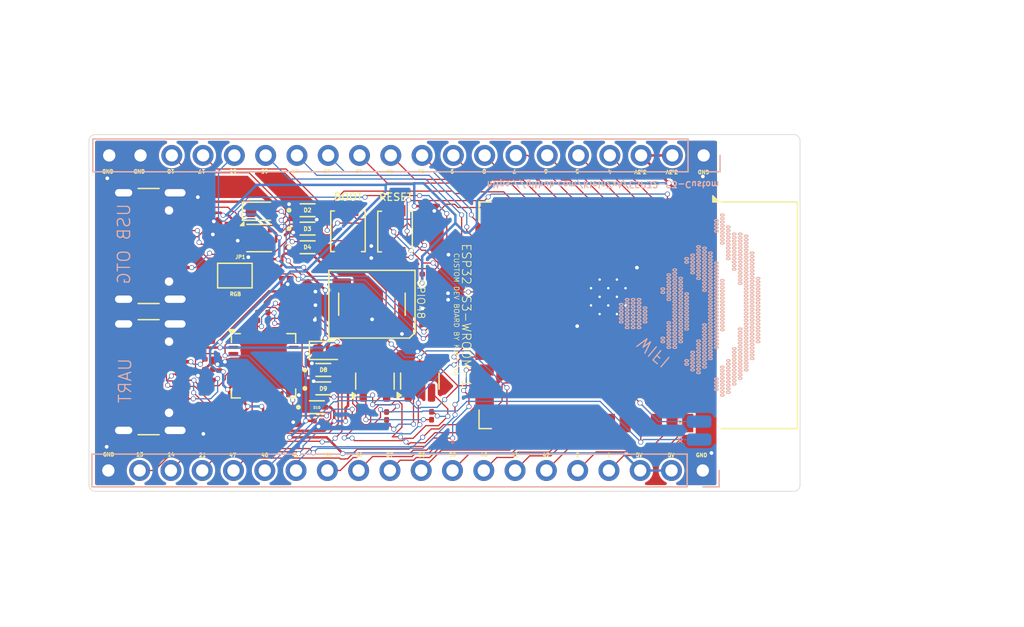
<source format=kicad_pcb>
(kicad_pcb (version 20240108) (generator "pcbnew") (generator_version "8.0")
  (layers (0 "F.Cu" signal) (31 "B.Cu" signal) (34 "B.Paste" user) (35 "F.Paste" user) (36 "B.SilkS" user "B.Silkscreen") (37 "F.SilkS" user "F.Silkscreen") (38 "B.Mask" user) (39 "F.Mask" user) (44 "Edge.Cuts" user))
  (net 0 "")
  (net 1 "VCC_3V3")
  (net 2 "GND")
  (net 3 "CHIP_PU")
  (net 4 "VCC_5V")
  (net 5 "VBUS_1")
  (net 6 "Net-(C10-Pad2)")
  (net 7 "Net-(C11-Pad1)")
  (net 8 "USB_D+")
  (net 9 "USB_D-")
  (net 10 "Net-(D5-A)")
  (net 12 "GPIO_48")
  (net 13 "VBUS")
  (net 14 "Net-(U3-D-)")
  (net 15 "Net-(D11-A)")
  (net 16 "Net-(D12-A)")
  (net 17 "Net-(J1-CC2)")
  (net 18 "Net-(J1-CC1)")
  (net 19 "Net-(J2-CC2)")
  (net 20 "Net-(J2-CC1)")
  (net 21 "GPIO_21")
  (net 22 "GPIO_18")
  (net 23 "GPIO_42")
  (net 24 "GPIO_17")
  (net 25 "GPIO_46")
  (net 26 "GPIO_37")
  (net 27 "GPIO_41")
  (net 28 "GPIO_35")
  (net 29 "GPIO_45")
  (net 30 "GPIO_47")
  (net 31 "GPIO_36")
  (net 32 "GPIO_40")
  (net 33 "GPIO_39")
  (net 34 "GPIO_38")
  (net 35 "GPIO_15")
  (net 36 "GPIO_8")
  (net 37 "GPIO_14")
  (net 38 "GPIO_1")
  (net 39 "GPIO_13")
  (net 40 "GPIO_6")
  (net 41 "GPIO_16")
  (net 42 "GPIO_11")
  (net 43 "GPIO_12")
  (net 44 "GPIO_10")
  (net 45 "GPIO_5")
  (net 46 "GPIO_2")
  (net 47 "GPIO_9")
  (net 48 "GPIO_3")
  (net 49 "GPIO_7")
  (net 50 "GPIO_4")
  (net 51 "Net-(Q1-Pad1)")
  (net 52 "Net-(U3-~{RTS})")
  (net 53 "Net-(Q2-Pad1)")
  (net 54 "GPIO_0")
  (net 55 "Net-(U3-~{DTR})")
  (net 56 "Net-(U3-TXD)")
  (net 57 "Net-(U3-~{RST})")
  (net 58 "TX")
  (net 59 "RX")
  (net 60 "Net-(U3-RXD)")
  (net 61 "Net-(U3-~{SUSPEND})")
  (net 62 "Net-(U2-FB)")
  (net 84 "Net-(D1-A)")
  (net 85 "Net-(U3-D+)")
  (net 86 "Net-(D6-VDD)")
  (footprint "Resistor_SMD:R_0201_0603Metric" (layer "F.Cu") (at 66.6175 74.282)
    (property "Reference" "R15" (hide yes))
    (property "Value" "5.1k" (hide yes))
  )
  (footprint "Package_TO_SOT_SMD:SOT-23" (layer "F.Cu") (at 73.8785 81.5695 90)
    (property "Reference" "Q1" (hide yes))
    (property "Value" "SMD-TRANSISTORS-NPN-25V-500MW_SOT-23_" (hide yes))
  )
  (footprint "Capacitor_SMD:C_0201_0603Metric" (layer "F.Cu") (at 69.25 84.798)
    (property "Reference" "C9" (hide yes))
    (property "Value" "10uF" (hide yes))
  )
  (footprint "Resistor_SMD:R_0201_0603Metric" (layer "F.Cu") (at 65.6765 84.58 -90)
    (property "Reference" "R8" (hide yes))
    (property "Value" "47.5k" (hide yes))
  )
  (footprint "Resistor_SMD:R_0201_0603Metric" (layer "F.Cu") (at 74.8245 84.3925 -90)
    (property "Reference" "R13" (hide yes))
    (property "Value" "10k" (hide yes))
  )
  (footprint "Resistor_SMD:R_0201_0603Metric" (layer "F.Cu") (at 66.6455 75.364)
    (property "Reference" "R4" (hide yes))
    (property "Value" "330" (hide yes))
  )
  (footprint "Capacitor_SMD:C_0201_0603Metric" (layer "F.Cu") (at 77.9865 67.36)
    (property "Reference" "C1" (hide yes))
    (property "Value" "0.1uF" (hide yes))
  )
  (footprint "Capacitor_SMD:C_0201_0603Metric" (layer "F.Cu") (at 65.1135 72.459 180)
    (property "Reference" "C5" (hide yes))
    (property "Value" "10uF" (hide yes))
  )
  (footprint "Connector_USB:USB_C_Receptacle_GCT_USB4105-xx-A_16P_TopMnt_Horizontal" (layer "F.Cu") (at 54.555 81.245 -90)
    (property "Reference" "J2" (hide yes))
    (property "Value" "USB_C_Receptacle_USB2.0_16P" (hide yes))
  )
  (footprint "Capacitor_SMD:C_0201_0603Metric" (layer "F.Cu") (at 60.3945 80.623 180)
    (property "Reference" "C8" (hide yes))
    (property "Value" "10uF" (hide yes))
  )
  (footprint "Resistor_SMD:R_0201_0603Metric" (layer "F.Cu") (at 61.5805 68.826 180)
    (property "Reference" "R17" (hide yes))
    (property "Value" "200k" (hide yes))
  )
  (footprint "Connector_USB:USB_C_Receptacle_GCT_USB4105-xx-A_16P_TopMnt_Horizontal" (layer "F.Cu") (at 54.554 70.595 -90)
    (property "Reference" "J1" (hide yes))
    (property "Value" "USB_C_Receptacle_USB2.0_16P" (hide yes))
  )
  (footprint "Package_TO_SOT_SMD:SOT-23" (layer "F.Cu") (at 77.5255 81.5635 90)
    (property "Reference" "Q2" (hide yes))
    (property "Value" "SMD-TRANSISTORS-NPN-25V-500MW_SOT-23_" (hide yes))
  )
  (footprint "Resistor_SMD:R_0201_0603Metric" (layer "F.Cu") (at 64.7955 84.58 90)
    (property "Reference" "R9" (hide yes))
    (property "Value" "22.1k" (hide yes))
  )
  (footprint "Capacitor_SMD:C_0201_0603Metric" (layer "F.Cu") (at 77.9785 68.241)
    (property "Reference" "C2" (hide yes))
    (property "Value" "10uF" (hide yes))
  )
  (footprint "Resistor_SMD:R_0201_0603Metric" (layer "F.Cu") (at 60.3855 81.487 180)
    (property "Reference" "R5" (hide yes))
    (property "Value" "5.1k" (hide yes))
  )
  (footprint "Resistor_SMD:R_0201_0603Metric" (layer "F.Cu") (at 78.0395 72.883)
    (property "Reference" "R1" (hide yes))
    (property "Value" "10k" (hide yes))
  )
  (footprint "Button_Switch_SMD:SW_SPST_B3U-1000P" (layer "F.Cu") (at 75.5115 69.424 -90)
    (property "Reference" "SW1" (hide yes))
    (property "Value" "SW_Push" (hide yes))
  )
  (footprint "Resistor_SMD:R_0201_0603Metric" (layer "F.Cu") (at 61.5665 71.274)
    (property "Reference" "R2" (hide yes))
    (property "Value" "5.1k" (hide yes))
  )
  (footprint "Capacitor_SMD:C_0201_0603Metric" (layer "F.Cu") (at 65.1175 71.657 180)
    (property "Reference" "C4" (hide yes))
    (property "Value" "10uF" (hide yes))
  )
  (footprint "Downloads:TVS_LESD5D5.0CT1G" (layer "F.Cu") (at 68.409 67.692)
    (property "Reference" "D2")
    (property "Value" "LESD5D5.0CT1G" (hide yes))
  )
  (footprint "Resistor_SMD:R_0201_0603Metric" (layer "F.Cu") (at 63.9105 84.574 90)
    (property "Reference" "R7" (hide yes))
    (property "Value" "1K" (hide yes))
  )
  (footprint "Diode_SMD:D_0603_1608Metric" (layer "F.Cu") (at 70.0435 79.075)
    (property "Reference" "D7" (hide yes))
    (property "Value" "1N5819" (hide yes))
  )
  (footprint "Jumper:SolderJumper-2_P1.3mm_Open_TrianglePad1.0x1.5mm" (layer "F.Cu") (at 62.509 72.997)
    (property "Reference" "JP1")
    (property "Value" "SolderJumper_2_Open" (hide yes))
  )
  (footprint "Resistor_SMD:R_0201_0603Metric" (layer "F.Cu") (at 61.5805 69.631)
    (property "Reference" "R16" (hide yes))
    (property "Value" "1M" (hide yes))
  )
  (footprint "Downloads:TVS_LESD5D5.0CT1G" (layer "F.Cu") (at 69.166 83.684)
    (property "Reference" "D10")
    (property "Value" "LESD5D5.0CT1G" (hide yes))
  )
  (footprint "Capacitor_SMD:C_0201_0603Metric" (layer "F.Cu") (at 66.6335 73.215)
    (property "Reference" "C6" (hide yes))
    (property "Value" "10uF" (hide yes))
  )
  (footprint "Package_SON:WSON-6-1EP_2x2mm_P0.65mm_EP1x1.6mm" (layer "F.Cu") (at 64.479 69.949)
    (property "Reference" "U2" (hide yes))
    (property "Value" "TLV75801PDRV" (hide yes))
  )
  (footprint "Resistor_SMD:R_0201_0603Metric" (layer "F.Cu") (at 66.5235 84.579 90)
    (property "Reference" "R14" (hide yes))
    (property "Value" "10k" (hide yes))
  )
  (footprint "Package_DFN_QFN:QFN-28-1EP_5x5mm_P0.5mm_EP3.35x3.35mm" (layer "F.Cu") (at 64.8385 80.322)
    (property "Reference" "U3" (hide yes))
    (property "Value" "CP2102N-Axx-xQFN28" (hide yes))
  )
  (footprint "Capacitor_SMD:C_0201_0603Metric" (layer "F.Cu") (at 63.0705 84.571 -90)
    (property "Reference" "C7" (hide yes))
    (property "Value" "1uF" (hide yes))
  )
  (footprint "Downloads:TVS_LESD5D5.0CT1G" (layer "F.Cu") (at 69.69 80.66)
    (property "Reference" "D8")
    (property "Value" "LESD5D5.0CT1G" (hide yes))
  )
  (footprint "RF_Module:ESP32-S3-WROOM-1" (layer "F.Cu") (at 95.283 76.221 -90)
    (property "Reference" "U1" (hide yes))
    (property "Value" "ESP32-S3-WROOM-1" (hide yes))
  )
  (footprint "Resistor_SMD:R_0201_0603Metric" (layer "F.Cu") (at 66.6445 76.434)
    (property "Reference" "R18" (hide yes))
    (property "Value" "330" (hide yes))
  )
  (footprint "Resistor_SMD:R_0201_0603Metric" (layer "F.Cu") (at 64.3615 76.323 90)
    (property "Reference" "R10" (hide yes))
    (property "Value" "0" (hide yes))
  )
  (footprint "LED_SMD:LED_0201_0603Metric" (layer "F.Cu") (at 68.1865 76.44 180)
    (property "Reference" "D12" (hide yes))
    (property "Value" "LED" (hide yes))
  )
  (footprint "Resistor_SMD:R_0201_0603Metric" (layer "F.Cu") (at 60.3925 79.783)
    (property "Reference" "R6" (hide yes))
    (property "Value" "5.1k" (hide yes))
  )
  (footprint "Resistor_SMD:R_0201_0603Metric" (layer "F.Cu") (at 78.4775 84.3815 -90)
    (property "Reference" "R12" (hide yes))
    (property "Value" "10k" (hide yes))
  )
  (footprint "Capacitor_SMD:C_0201_0603Metric" (layer "F.Cu") (at 77.9845 69.118)
    (property "Reference" "C11" (hide yes))
    (property "Value" "0.1uF" (hide yes))
  )
  (footprint "Downloads:TVS_LESD5D5.0CT1G" (layer "F.Cu") (at 69.69 82.154)
    (property "Reference" "D9")
    (property "Value" "LESD5D5.0CT1G" (hide yes))
  )
  (footprint "Diode_SMD:D_0603_1608Metric" (layer "F.Cu") (at 64.607 67.773)
    (property "Reference" "D1" (hide yes))
    (property "Value" "1N5819" (hide yes))
  )
  (footprint "Downloads:TVS_LESD5D5.0CT1G" (layer "F.Cu") (at 68.41 69.183)
    (property "Reference" "D3")
    (property "Value" "LESD5D5.0CT1G" (hide yes))
  )
  (footprint "LED_SMD:LED_0201_0603Metric" (layer "F.Cu") (at 68.1745 75.368 180)
    (property "Reference" "D5" (hide yes))
    (property "Value" "LED" (hide yes))
  )
  (footprint "Downloads:TVS_LESD5D5.0CT1G" (layer "F.Cu") (at 68.412 70.699)
    (property "Reference" "D4")
    (property "Value" "LESD5D5.0CT1G" (hide yes))
  )
  (footprint "Resistor_SMD:R_0201_0603Metric" (layer "F.Cu") (at 61.5745 70.45)
    (property "Reference" "R3" (hide yes))
    (property "Value" "5.1k" (hide yes))
  )
  (footprint "Button_Switch_SMD:SW_SPST_B3U-1000P" (layer "F.Cu") (at 71.6905 69.402 -90)
    (property "Reference" "SW2" (hide yes))
    (property "Value" "SW_Push" (hide yes))
  )
  (footprint "Capacitor_SMD:C_0201_0603Metric" (layer "F.Cu") (at 77.9825 70.031 180)
    (property "Reference" "C10" (hide yes))
    (property "Value" "0.1uF" (hide yes))
  )
  (footprint "LED_SMD:LED_0201_0603Metric" (layer "F.Cu") (at 68.1615 74.285 180)
    (property "Reference" "D11" (hide yes))
    (property "Value" "LED" (hide yes))
  )
  (footprint "Capacitor_SMD:C_0201_0603Metric" (layer "F.Cu") (at 76.4215 78.643)
    (property "Reference" "C3" (hide yes))
    (property "Value" "1uF" (hide yes))
  )
  (footprint "LED_SMD:LED_WS2812B_PLCC4_5.0x5.0mm_P3.2mm" (layer "F.Cu") (at 73.6365 75.32)
    (property "Reference" "D6" (hide yes))
    (property "Value" "WS2812B")
  )
  (footprint "Resistor_SMD:R_0201_0603Metric" (layer "F.Cu") (at 65.1865 76.323 90)
    (property "Reference" "R11" (hide yes))
    (property "Value" "0" (hide yes))
  )
  (footprint "Connector_Wire:SolderWirePad_1x01_SMD_1x2mm" (layer "B.Cu") (at 100.2 84.85 90)
    (property "Reference" "JP3" (hide yes))
    (property "Value" "Jumper_2_Bridged" (hide yes))
  )
  (footprint "Connector_PinHeader_2.54mm:PinHeader_1x20_P2.54mm_Vertical" (layer "B.Cu") (at 100.568 63.242 90)
    (property "Reference" "J4" (hide yes))
    (property "Value" "Conn_01x20" (hide yes))
  )
  (footprint "Connector_PinHeader_2.54mm:PinHeader_1x20_P2.54mm_Vertical" (layer "B.Cu") (at 100.497 88.821 90)
    (property "Reference" "J3" (hide yes))
    (property "Value" "Conn_01x20" (hide yes))
  )
  (footprint "Connector_Wire:SolderWirePad_1x01_SMD_1x2mm" (layer "B.Cu") (at 100.2 86.31 90)
    (property "Reference" "JP2" (hide yes))
    (property "Value" "Jumper_2_Bridged" (hide yes))
  )
  (gr_arc (start 107.893 61.553) (mid 108.246553 61.699447) (end 108.393 62.053) (stroke (width 0.05)) (layer "Edge.Cuts"))
  (gr_line (start 108.393 62.053) (end 108.393 90.009) (stroke (width 0.05)) (layer "Edge.Cuts"))
  (gr_arc (start 51.164 90.509) (mid 50.810447 90.362553) (end 50.664 90.009) (stroke (width 0.05)) (layer "Edge.Cuts"))
  (gr_line (start 107.893 90.509) (end 51.164 90.509) (stroke (width 0.05)) (layer "Edge.Cuts"))
  (gr_line (start 51.164 61.553) (end 107.893 61.553) (stroke (width 0.05)) (layer "Edge.Cuts"))
  (gr_line (start 50.664 90.009) (end 50.664 62.053) (stroke (width 0.05)) (layer "Edge.Cuts"))
  (gr_arc (start 108.393 90.009) (mid 108.246553 90.362553) (end 107.893 90.509) (stroke (width 0.05)) (layer "Edge.Cuts"))
  (gr_arc (start 50.664 62.053) (mid 50.810447 61.699447) (end 51.164 61.553) (stroke (width 0.05)) (layer "Edge.Cuts"))
  (gr_text "WIFI" (at 95.7 77.75 140) (layer "B.SilkS") (effects (font (size 1 1) (thickness 0.1)) (justify left bottom mirror)))
  (gr_text "TX" (at 98.85 84.55 90) (layer "B.SilkS") (effects (font (size 0.3 0.3) (thickness 0.075)) (justify left bottom mirror)))
  (gr_text "\n\n                   0000000000000000000                   \n             0000000000000000000000000000000             \n         000000000000000000000000000000000000000         \n      000000000000000               000000000000000      \n    00000000000                           00000000000    \n 0000000000                                   0000000000 \n000000000            000000000000000            000000000\n  0000          0000000000000000000000000          0000  \n             0000000000000000000000000000000             \n          0000000000000           0000000000000          \n        0000000000                     0000000000        \n         000000                           000000         \n           00          00000000000          00           \n                   0000000000000000000                   \n                 00000000000000000000000                 \n                 00000000       00000000                 \n                   00               00                   \n                                                         \n                                                         \n                          00000                          \n                        000000000                        \n                        000000000                        \n                        000000000                        \n                          000000                         \n\n" (at 93.2 82.9 -90) (layer "B.SilkS") (effects (font (size 0.3 0.3) (thickness 0.075)) (justify left bottom mirror)))
  (gr_text "https://github.com/KleinZxA/ESP32-S3-Custom" (at 82.9 65.3 180) (layer "B.SilkS") (effects (font (size 0.5 0.5) (thickness 0.1)) (justify left bottom mirror)))
  (gr_text "RX" (at 98.85 85.95 90) (layer "B.SilkS") (effects (font (size 0.3 0.3) (thickness 0.075)) (justify left bottom mirror)))
  (gr_text "UART" (at 54.182 79.632 90) (layer "B.SilkS") (effects (font (size 1 1) (thickness 0.1)) (justify left bottom mirror)))
  (gr_text "USB OTG" (at 54.091 67.074 90) (layer "B.SilkS") (effects (font (size 1 1) (thickness 0.1)) (justify left bottom mirror)))
  (gr_text "48" (at 64.6 87.75 0) (layer "F.SilkS") (effects (font (size 0.3 0.3) (thickness 0.075)) (justify left bottom)))
  (gr_text "47" (at 62 87.75 0) (layer "F.SilkS") (effects (font (size 0.3 0.3) (thickness 0.075)) (justify left bottom)))
  (gr_text "21" (at 59.55 87.75 0) (layer "F.SilkS") (effects (font (size 0.3 0.3) (thickness 0.075)) (justify left bottom)))
  (gr_text "GND\n" (at 51.75 87.7 0) (layer "F.SilkS") (effects (font (size 0.3 0.3) (thickness 0.075)) (justify left bottom)))
  (gr_text "2" (at 90.15 87.75 0) (layer "F.SilkS") (effects (font (size 0.3 0.3) (thickness 0.075)) (justify left bottom)))
  (gr_text "3.3V" (at 95.965714 64.403 180) (layer "F.SilkS") (effects (font (size 0.3 0.3) (thickness 0.075)) (justify left bottom)))
  (gr_text "BOOT\n" (at 70.4875 66.96 0) (layer "F.SilkS") (effects (font (size 0.6 0.6) (thickness 0.1)) (justify left bottom)))
  (gr_text "6" (at 87.95 64.35 180) (layer "F.SilkS") (effects (font (size 0.3 0.3) (thickness 0.075)) (justify left bottom)))
  (gr_text "3.3V" (at 98.515714 64.403 180) (layer "F.SilkS") (effects (font (size 0.3 0.3) (thickness 0.075)) (justify left bottom)))
  (gr_text "RESET" (at 74.1485 66.974 0) (layer "F.SilkS") (effects (font (size 0.6 0.6) (thickness 0.1)) (justify left bottom)))
  (gr_text "38" (at 77.35 87.75 0) (layer "F.SilkS") (effects (font (size 0.3 0.3) (thickness 0.075)) (justify left bottom)))
  (gr_text "12" (at 72.9 64.35 180) (layer "F.SilkS") (effects (font (size 0.3 0.3) (thickness 0.075)) (justify left bottom)))
  (gr_text "35" (at 69.75 87.75 0) (layer "F.SilkS") (effects (font (size 0.3 0.3) (thickness 0.075)) (justify left bottom)))
  (gr_text "10" (at 77.95 64.35 180) (layer "F.SilkS") (effects (font (size 0.3 0.3) (thickness 0.075)) (justify left bottom)))
  (gr_text "ESP32-S3-WROOM-1" (at 81.3 76.25 270) (layer "F.SilkS") (effects (font (size 0.7 0.7) (thickness 0.07))))
  (gr_text "5V" (at 97.6 87.754 0) (layer "F.SilkS") (effects (font (size 0.3 0.3) (thickness 0.075)) (justify left bottom)))
  (gr_text "18" (at 57.65 64.35 180) (layer "F.SilkS") (effects (font (size 0.3 0.3) (thickness 0.075)) (justify left bottom)))
  (gr_text "5" (at 90.5 64.35 180) (layer "F.SilkS") (effects (font (size 0.3 0.3) (thickness 0.075)) (justify left bottom)))
  (gr_text "42" (at 87.45 87.75 0) (layer "F.SilkS") (effects (font (size 0.3 0.3) (thickness 0.075)) (justify left bottom)))
  (gr_text "GND" (at 99.892714 87.753 -0) (layer "F.SilkS") (effects (font (size 0.3 0.3) (thickness 0.075)) (justify left bottom)))
  (gr_text "39" (at 79.85 87.75 0) (layer "F.SilkS") (effects (font (size 0.3 0.3) (thickness 0.075)) (justify left bottom)))
  (gr_text "45" (at 67.1 87.75 0) (layer "F.SilkS") (effects (font (size 0.3 0.3) (thickness 0.075)) (justify left bottom)))
  (gr_text "7" (at 85.4 64.35 180) (layer "F.SilkS") (effects (font (size 0.3 0.3) (thickness 0.075)) (justify left bottom)))
  (gr_text "GND" (at 55.25 64.349 180) (layer "F.SilkS") (effects (font (size 0.3 0.3) (thickness 0.075)) (justify left bottom)))
  (gr_text "1" (at 92.7 87.75 0) (layer "F.SilkS") (effects (font (size 0.3 0.3) (thickness 0.075)) (justify left bottom)))
  (gr_text "9" (at 80.35 64.35 180) (layer "F.SilkS") (effects (font (size 0.3 0.3) (thickness 0.075)) (justify left bottom)))
  (gr_text "8" (at 82.95 64.35 180) (layer "F.SilkS") (effects (font (size 0.3 0.3) (thickness 0.075)) (justify left bottom)))
  (gr_text "17" (at 60.15 64.35 180) (layer "F.SilkS") (effects (font (size 0.3 0.3) (thickness 0.075)) (justify left bottom)))
  (gr_text "36" (at 72.25 87.75 0) (layer "F.SilkS") (effects (font (size 0.3 0.3) (thickness 0.075)) (justify left bottom)))
  (gr_text "16" (at 62.7 64.35 180) (layer "F.SilkS") (effects (font (size 0.3 0.3) (thickness 0.075)) (justify left bottom)))
  (gr_text "13" (at 54.45 87.7 0) (layer "F.SilkS") (effects (font (size 0.3 0.3) (thickness 0.075)) (justify left bottom)))
  (gr_text "GND" (at 52.7 64.35 180) (layer "F.SilkS") (effects (font (size 0.3 0.3) (thickness 0.075)) (justify left bottom)))
  (gr_text "13" (at 70.35 64.353 180) (layer "F.SilkS") (effects (font (size 0.3 0.3) (thickness 0.075)) (justify left bottom)))
  (gr_text "11" (at 75.4 64.4 180) (layer "F.SilkS") (effects (font (size 0.3 0.3) (thickness 0.075)) (justify left bottom)))
  (gr_text "RGB" (at 62.052 74.677 0) (layer "F.SilkS") (effects (font (size 0.3 0.3) (thickness 0.075)) (justify left bottom)))
  (gr_text "14" (at 57 87.7 0) (layer "F.SilkS") (effects (font (size 0.3 0.3) (thickness 0.075)) (justify left bottom)))
  (gr_text "GPIO48" (at 77.2585 73.216 270) (layer "F.SilkS") (effects (font (size 0.6 0.6) (thickness 0.07)) (justify left bottom)))
  (gr_text "37" (at 74.75 87.75 0) (layer "F.SilkS") (effects (font (size 0.3 0.3) (thickness 0.075)) (justify left bottom)))
  (gr_text "41" (at 84.9 87.75 0) (layer "F.SilkS") (effects (font (size 0.3 0.3) (thickness 0.075)) (justify left bottom)))
  (gr_text "CUSTOM DEV BOARD BY KleinZxA" (at 80.5 76.15 270) (layer "F.SilkS") (effects (font (size 0.4 0.4) (thickness 0.05))))
  (gr_text "14" (at 67.75 64.35 180) (layer "F.SilkS") (effects (font (size 0.3 0.3) (thickness 0.075)) (justify left bottom)))
  (gr_text "5V" (at 95 87.75 0) (layer "F.SilkS") (effects (font (size 0.3 0.3) (thickness 0.075)) (justify left bottom)))
  (gr_text "4" (at 92.95 64.55 180) (layer "F.SilkS") (effects (font (size 0.3 0.3) (thickness 0.075))))
  (gr_text "GND" (at 101.065714 64.403 180) (layer "F.SilkS") (effects (font (size 0.3 0.3) (thickness 0.075)) (justify left bottom)))
  (gr_text "40" (at 82.4 87.75 0) (layer "F.SilkS") (effects (font (size 0.3 0.3) (thickness 0.075)) (justify left bottom)))
  (gr_text "15" (at 65.25 64.35 180) (layer "F.SilkS") (effects (font (size 0.3 0.3) (thickness 0.075)) (justify left bottom)))
  (segment (start 61.35 67.9) (end 60.95 67.9) (width 0.2) (layer "F.Cu") (net 1))
  (segment (start 66.2975 74.282) (end 65.284044 74.282) (width 0.2) (layer "F.Cu") (net 1))
  (segment (start 61.55 68.1) (end 61.972956 68.1) (width 0.2) (layer "F.Cu") (net 1))
  (segment (start 77.6585 67.368) (end 77.6665 67.36) (width 0.2) (layer "F.Cu") (net 1))
  (segment (start 99.273 67.027) (end 97.748 65.502) (width 0.2) (layer "F.Cu") (net 1))
  (segment (start 99.273 67.471) (end 99.273 67.027) (width 0.2) (layer "F.Cu") (net 1))
  (segment (start 65.284044 74.282) (end 61.299 78.267044) (width 0.2) (layer "F.Cu") (net 1))
  (segment (start 77.6585 68.241) (end 77.6585 67.368) (width 0.2) (layer "F.Cu") (net 1))
  (segment (start 66.2975 74.282) (end 66.2975 73.231) (width 0.2) (layer "F.Cu") (net 1))
  (segment (start 61.972956 68.1) (end 63.171956 69.299) (width 0.2) (layer "F.Cu") (net 1))
  (segment (start 98.028 63.242) (end 95.488 63.242) (width 0.2) (layer "F.Cu") (net 1))
  (segment (start 61.55 68.1) (end 61.35 67.9) (width 0.2) (layer "F.Cu") (net 1))
  (segment (start 63.3835 85.421) (end 62.802044 85.421) (width 0.2) (layer "F.Cu") (net 1))
  (segment (start 77.6665 67.36) (end 77.072 67.36) (width 0.2) (layer "F.Cu") (net 1))
  (segment (start 61.299 78.267044) (end 61.299 78.39) (width 0.2) (layer "F.Cu") (net 1))
  (segment (start 63.171956 69.299) (end 63.5915 69.299) (width 0.2) (layer "F.Cu") (net 1))
  (segment (start 63.9105 84.894) (end 63.3835 85.421) (width 0.2) (layer "F.Cu") (net 1))
  (segment (start 77.714 72.8885) (end 77.7195 72.883) (width 0.2) (layer "F.Cu") (net 1))
  (segment (start 62.043 82.369) (end 61.918 82.244) (width 0.2) (layer "F.Cu") (net 1))
  (segment (start 60.23975 68.61025) (end 61.2605 69.631) (width 0.2) (layer "F.Cu") (net 1))
  (segment (start 61.378 80.623) (end 61.56 80.805) (width 0.2) (layer "F.Cu") (net 1))
  (segment (start 61.918 82.244) (end 61.9665 82.244) (width 0.2) (layer "F.Cu") (net 1))
  (segment (start 66.2975 73.231) (end 66.3135 73.215) (width 0.2) (layer "F.Cu") (net 1))
  (segment (start 62.043 84.661956) (end 62.043 82.369) (width 0.2) (layer "F.Cu") (net 1))
  (segment (start 77.714 73.603) (end 77.714 72.8885) (width 0.2) (layer "F.Cu") (net 1))
  (segment (start 60.7145 80.623) (end 61.378 80.623) (width 0.2) (layer "F.Cu") (net 1))
  (segment (start 97.748 65.502) (end 95.488 63.242) (width 0.2) (layer "F.Cu") (net 1))
  (segment (start 62.3885 81.322) (end 62.3885 81.822) (width 0.2) (layer "F.Cu") (net 1))
  (segment (start 61.9665 82.244) (end 62.3885 81.822) (width 0.2) (layer "F.Cu") (net 1))
  (segment (start 62.802044 85.421) (end 62.043 84.661956) (width 0.2) (layer "F.Cu") (net 1))
  (segment (start 60.95 67.9) (end 60.23975 68.61025) (width 0.2) (layer "F.Cu") (net 1))
  (via (at 61.299 78.39) (size 0.4) (drill 0.3) (layers "F.Cu" "B.Cu") (net 1))
  (via (at 61.55 68.1) (size 0.4) (drill 0.3) (layers "F.Cu" "B.Cu") (net 1))
  (via (at 61.56 80.805) (size 0.4) (drill 0.3) (layers "F.Cu" "B.Cu") (net 1))
  (via (at 97.748 65.502) (size 0.4) (drill 0.3) (layers "F.Cu" "B.Cu") (net 1))
  (via (at 61.918 82.244) (size 0.4) (drill 0.3) (layers "F.Cu" "B.Cu") (net 1))
  (via (at 77.072 67.36) (size 0.4) (drill 0.3) (layers "F.Cu" "B.Cu") (net 1))
  (via (at 77.714 73.603) (size 0.4) (drill 0.3) (layers "F.Cu" "B.Cu") (net 1))
  (segment (start 97.754 65.508) (end 83.605026 65.508) (width 0.2) (layer "B.Cu") (net 1))
  (segment (start 83.605026 65.508) (end 82.157 66.956026) (width 0.2) (layer "B.Cu") (net 1))
  (segment (start 77.072 67.36) (end 77.072 65.513) (width 0.2) (layer "B.Cu") (net 1))
  (segment (start 68.230833 72.66976) (end 67.01924 72.66976) (width 0.2) (layer "B.Cu") (net 1))
  (segment (start 64.271 65.634) (end 74.752 65.634) (width 0.2) (layer "B.Cu") (net 1))
  (segment (start 82.157 66.956026) (end 82.157 68.864397) (width 0.2) (layer "B.Cu") (net 1))
  (segment (start 61.805 68.1) (end 64.271 65.634) (width 0.2) (layer "B.Cu") (net 1))
  (segment (start 74.752 66.148593) (end 68.230833 72.66976) (width 0.2) (layer "B.Cu") (net 1))
  (segment (start 77.009 65.566) (end 74.82 65.566) (width 0.2) (layer "B.Cu") (net 1))
  (segment (start 67.01924 72.66976) (end 61.299 78.39) (width 0.2) (layer "B.Cu") (net 1))
  (segment (start 61.56 80.805) (end 61.56 81.886) (width 0.2) (layer "B.Cu") (net 1))
  (segment (start 81.175025 69.499) (end 80.412 68.735975) (width 0.2) (layer "B.Cu") (net 1))
  (segment (start 77.072 65.513) (end 77.067 65.508) (width 0.2) (layer "B.Cu") (net 1))
  (segment (start 74.82 65.566) (end 74.752 65.634) (width 0.2) (layer "B.Cu") (net 1))
  (segment (start 80.412 68.735975) (end 77.714 71.433975) (width 0.2) (layer "B.Cu") (net 1))
  (segment (start 61.136519 78.39) (end 60.5 79.026519) (width 0.2) (layer "B.Cu") (net 1))
  (segment (start 81.522397 69.499) (end 81.175025 69.499) (width 0.2) (layer "B.Cu") (net 1))
  (segment (start 77.714 71.433975) (end 77.714 71.98) (width 0.2) (layer "B.Cu") (net 1))
  (segment (start 74.752 65.634) (end 74.752 66.148593) (width 0.2) (layer "B.Cu") (net 1))
  (segment (start 82.157 68.864397) (end 81.522397 69.499) (width 0.2) (layer "B.Cu") (net 1))
  (segment (start 60.5 79.026519) (end 60.5 80.2) (width 0.2) (layer "B.Cu") (net 1))
  (segment (start 77.714 71.98) (end 77.714 73.603) (width 0.2) (layer "B.Cu") (net 1))
  (segment (start 80.412 68.082975) (end 77.837025 65.508) (width 0.2) (layer "B.Cu") (net 1))
  (segment (start 61.56 81.886) (end 61.918 82.244) (width 0.2) (layer "B.Cu") (net 1))
  (segment (start 80.412 68.735975) (end 80.412 68.082975) (width 0.2) (layer "B.Cu") (net 1))
  (segment (start 60.5 80.2) (end 61.105 80.805) (width 0.2) (layer "B.Cu") (net 1))
  (segment (start 77.837025 65.508) (end 77.067 65.508) (width 0.2) (layer "B.Cu") (net 1))
  (segment (start 61.55 68.1) (end 61.805 68.1) (width 0.2) (layer "B.Cu") (net 1))
  (segment (start 61.105 80.805) (end 61.56 80.805) (width 0.2) (layer "B.Cu") (net 1))
  (segment (start 77.067 65.508) (end 77.009 65.566) (width 0.2) (layer "B.Cu") (net 1))
  (segment (start 61.299 78.39) (end 61.136519 78.39) (width 0.2) (layer "B.Cu") (net 1))
  (segment (start 78.7 67.75) (end 78.31 67.36) (width 0.2) (layer "F.Cu") (net 2))
  (segment (start 69 76.6) (end 68.84 76.44) (width 0.2) (layer "F.Cu") (net 2))
  (segment (start 68.901 83.289) (end 68.901 81.572) (width 0.1) (layer "F.Cu") (net 2))
  (segment (start 61.8865 70.458) (end 61.8945 70.45) (width 0.2) (layer "F.Cu") (net 2))
  (segment (start 60.7125 79.783) (end 60.7125 79.967964) (width 0.2) (layer "F.Cu") (net 2))
  (segment (start 53.479 66.275) (end 57.659 66.275) (width 0.2) (layer "F.Cu") (net 2))
  (segment (start 63.0705 84.891) (end 62.704 84.891) (width 0.2) (layer "F.Cu") (net 2))
  (segment (start 59.878 81.487) (end 59.511 81.12) (width 0.2) (layer "F.Cu") (net 2))
  (segment (start 70.293998 84.59588) (end 70.091878 84.798) (width 0.1) (layer "F.Cu") (net 2))
  (segment (start 60.8 68.6) (end 61.0345 68.6) (width 0.1) (layer "F.Cu") (net 2))
  (segment (start 62.704 84.891) (end 62.346 84.533) (width 0.2) (layer "F.Cu") (net 2))
  (segment (start 68.4945 75.368) (end 69.018 75.368) (width 0.1) (layer "F.Cu") (net 2))
  (segment (start 68.506 83.684) (end 68.922 84.1) (width 0.1) (layer "F.Cu") (net 2))
  (segment (start 64.479 69.949) (end 64.479 69.567) (width 0.2) (layer "F.Cu") (net 2))
  (segment (start 58.234 66.85) (end 57.659 66.275) (width 0.2) (layer "F.Cu") (net 2))
  (segment (start 78.3025 70.031) (end 78.395 70.031) (width 0.2) (layer "F.Cu") (net 2))
  (segment (start 78.3045 68.247) (end 78.2985 68.241) (width 0.2) (layer "F.Cu") (net 2))
  (segment (start 58.235 78.045) (end 58.505 78.045) (width 0.2) (layer "F.Cu") (net 2))
  (segment (start 78.31 67.36) (end 78.3065 67.36) (width 0.2) (layer "F.Cu") (net 2))
  (segment (start 58.234 67.395) (end 58.735 67.395) (width 0.2) (layer "F.Cu") (net 2))
  (segment (start 68.922 84.1) (end 70.293998 84.1) (width 0.1) (layer "F.Cu") (net 2))
  (segment (start 61.8945 70.45) (end 62.633 70.45) (width 0.2) (layer "F.Cu") (net 2))
  (segment (start 63.4425 70.45) (end 63.5915 70.599) (width 0.2) (layer "F.Cu") (net 2))
  (segment (start 78.2985 67.368) (end 78.3065 67.36) (width 0.2) (layer "F.Cu") (net 2))
  (segment (start 60.0745 80.605964) (end 60.0745 80.623) (width 0.2) (layer "F.Cu") (net 2))
  (segment (start 62.633 70.45) (end 63.4425 70.45) (width 0.2) (layer "F.Cu") (net 2))
  (segment (start 61.0345 68.6) (end 61.2605 68.826) (width 0.1) (layer "F.Cu") (net 2))
  (segment (start 57.66 85.565) (end 57.206 85.565) (width 0.2) (layer "F.Cu") (net 2))
  (segment (start 69.03 80.66) (end 69.03 80.389) (width 0.1) (layer "F.Cu") (net 2))
  (segment (start 66.311 69) (end 67.619 67.692) (width 0.1) (layer "F.Cu") (net 2))
  (segment (start 69.035 74.285) (end 69.05 74.3) (width 0.1) (layer "F.Cu") (net 2))
  (segment (start 69.018 75.368) (end 69.05 75.4) (width 0.1) (layer "F.Cu") (net 2))
  (segment (start 61.877996 79.822) (end 61.699996 80) (width 0.2) (layer "F.Cu") (net 2))
  (segment (start 68.84 76.44) (end 68.5065 76.44) (width 0.2) (layer "F.Cu") (net 2))
  (segment (start 92.823 74.721) (end 91.49 76.054) (width 0.2) (layer "F.Cu") (net 2))
  (segment (start 69.57 84.798) (end 69.22 85.148) (width 0.1) (layer "F.Cu") (net 2))
  (segment (start 66.5225 84.9) (end 66.5235 84.899) (width 0.2) (layer "F.Cu") (net 2))
  (segment (start 78.3045 69.118) (end 78.3045 68.247) (width 0.2) (layer "F.Cu") (net 2))
  (segment (start 68.4815 74.285) (end 69.035 74.285) (width 0.1) (layer "F.Cu") (net 2))
  (segment (start 67.619 67.692) (end 67.749 67.692) (width 0.1) (layer "F.Cu") (net 2))
  (segment (start 76.806 78.643) (end 77.329 79.166) (width 0.2) (layer "F.Cu") (net 2))
  (segment (start 61.1 80.1705) (end 60.7125 79.783) (width 0.2) (layer "F.Cu") (net 2))
  (segment (start 65.6765 84.9) (end 66.5225 84.9) (width 0.2) (layer "F.Cu") (net 2))
  (segment (start 62.633 70.27) (end 62.74 70.163) (width 0.2) (layer "F.Cu") (net 2))
  (segment (start 67.433 69.5) (end 67.75 69.183) (width 0.2) (layer "F.Cu") (net 2))
  (segment (start 66.9535 73.215) (end 66.9535 73.5465) (width 0.1) (layer "F.Cu") (net 2))
  (segment (start 76.7415 78.643) (end 76.806 78.643) (width 0.2) (layer "F.Cu") (net 2))
  (segment (start 70.091878 84.798) (end 69.57 84.798) (width 0.1) (layer "F.Cu") (net 2))
  (segment (start 69.03 80.389) (end 68.76 80.119) (width 0.1) (layer "F.Cu") (net 2))
  (segment (start 60.7125 79.967964) (end 60.0745 80.605964) (width 0.2) (layer "F.Cu") (net 2))
  (segment (start 61.1 80.2) (end 61.1 80.1705) (width 0.2) (layer "F.Cu") (net 2))
  (segment (start 70.293998 84.1) (end 70.293998 84.59588) (width 0.1) (layer "F.Cu") (net 2))
  (segment (start 67.25 69.5) (end 67.433 69.5) (width 0.2) (layer "F.Cu") (net 2))
  (segment (start 62.3885 79.822) (end 61.877996 79.822) (width 0.2) (layer "F.Cu") (net 2))
  (segment (start 78.2985 68.241) (end 78.2985 67.368) (width 0.2) (layer "F.Cu") (net 2))
  (segment (start 68.506 83.684) (end 68.901 83.289) (width 0.1) (layer "F.Cu") (net 2))
  (segment (start 60.0655 81.487) (end 59.878 81.487) (width 0.2) (layer "F.Cu") (net 2))
  (segment (start 62.633 70.45) (end 62.633 70.27) (width 0.2) (layer "F.Cu") (net 2))
  (segment (start 61.8865 71.274) (end 61.8865 70.458) (width 0.2) (layer "F.Cu") (net 2))
  (segment (start 66.9535 73.5465) (end 66.8 73.7) (width 0.1) (layer "F.Cu") (net 2))
  (segment (start 57.66 76.925) (end 58.497 76.925) (width 0.2) (layer "F.Cu") (net 2))
  (segment (start 58.234 67.395) (end 58.234 66.85) (width 0.2) (layer "F.Cu") (net 2))
  (segment (start 58.735 67.395) (end 59.502 66.628) (width 0.2) (layer "F.Cu") (net 2))
  (via (at 60.8 68.6) (size 0.4) (drill 0.3) (layers "F.Cu" "B.Cu") (net 2))
  (via (at 60.722 69.659) (size 0.4) (drill 0.3) (layers "F.Cu" "B.Cu") (net 2))
  (via (at 62.74 70.163) (size 0.4) (drill 0.3) (layers "F.Cu" "B.Cu") (net 2))
  (via (at 69 76.6) (size 0.4) (drill 0.3) (layers "F.Cu" "B.Cu") (net 2))
  (via (at 59.502 66.628) (size 0.4) (drill 0.3) (layers "F.Cu" "B.Cu") (net 2))
  (via (at 101.2 87.4) (size 0.4) (drill 0.3) (layers "F.Cu" "B.Cu") (net 2))
  (via (at 68.76 80.119) (size 0.4) (drill 0.3) (layers "F.Cu" "B.Cu") (net 2))
  (via (at 66.9 70.7) (size 0.4) (drill 0.3) (layers "F.Cu" "B.Cu") (net 2))
  (via (at 78.7 67.75) (size 0.4) (drill 0.3) (layers "F.Cu" "B.Cu") (net 2))
  (via (at 69.3 85.25) (size 0.4) (drill 0.3) (layers "F.Cu" "B.Cu") (net 2))
  (via (at 76.071 77.736) (size 0.4) (drill 0.3) (layers "F.Cu" "B.Cu") (net 2))
  (via (at 67.25 69.5) (size 0.4) (drill 0.3) (layers "F.Cu" "B.Cu") (net 2))
  (via (at 61.699996 80) (size 0.4) (drill 0.3) (layers "F.Cu" "B.Cu") (net 2))
  (via (at 68.901 81.572) (size 0.4) (drill 0.3) (layers "F.Cu" "B.Cu") (net 2))
  (via (at 95.15 72.35) (size 0.4) (drill 0.3) (layers "F.Cu" "B.Cu") (net 2))
  (via (at 77.744 75.666) (size 0.4) (drill 0.3) (layers "F.Cu" "B.Cu") (net 2))
  (via (at 61.1 80.2) (size 0.4) (drill 0.3) (layers "F.Cu" "B.Cu") (net 2))
  (via (at 67.25 84.9) (size 0.4) (drill 0.3) (layers "F.Cu" "B.Cu") (net 2))
  (via (at 100.5 64.95) (size 0.4) (drill 0.3) (layers "F.Cu" "B.Cu") (net 2))
  (via (at 77.329 79.166) (size 0.4) (drill 0.3) (layers "F.Cu" "B.Cu") (net 2))
  (via (at 52.1 86.9) (size 0.4) (drill 0.3) (layers "F.Cu" "B.Cu") (net 2))
  (via (at 66.311 69) (size 0.4) (drill 0.3) (layers "F.Cu" "B.Cu") (net 2))
  (via (at 63.6 71.5) (size 0.4) (drill 0.3) (layers "F.Cu" "B.Cu") (net 2))
  (via (at 79.813 74.43) (size 0.4) (drill 0.3) (layers "F.Cu" "B.Cu") (net 2))
  (via (at 69.05 74.3) (size 0.4) (drill 0.3) (layers "F.Cu" "B.Cu") (net 2))
  (via (at 59.511 81.12) (size 0.4) (drill 0.3) (layers "F.Cu" "B.Cu") (net 2))
  (via (at 73.584 71.571) (size 0.4) (drill 0.3) (layers "F.Cu" "B.Cu") (net 2))
  (via (at 90.3 77.1) (size 0.4) (drill 0.3) (layers "F.Cu" "B.Cu") (net 2))
  (via (at 52.15 65.1) (size 0.4) (drill 0.3) (layers "F.Cu" "B.Cu") (net 2))
  (via (at 73.65 76.55) (size 0.4) (drill 0.3) (layers "F.Cu" "B.Cu") (net 2))
  (via (at 79.85 71.3) (size 0.4) (drill 0.3) (layers "F.Cu" "B.Cu") (net 2))
  (via (at 73.584 70.597) (size 0.4) (drill 0.3) (layers "F.Cu" "B.Cu") (net 2))
  (via (at 67.7 82.7) (size 0.4) (drill 0.3) (layers "F.Cu" "B.Cu") (net 2))
  (via (at 79.818 74.959) (size 0.4) (drill 0.3) (layers "F.Cu" "B.Cu") (net 2))
  (via (at 66.8 73.7) (size 0.4) (drill 0.3) (layers "F.Cu" "B.Cu") (net 2))
  (via (at 66.91 67.2) (size 0.4) (drill 0.3) (layers "F.Cu" "B.Cu") (net 2))
  (via (at 59.95 85.85) (size 0.4) (drill 0.3) (layers "F.Cu" "B.Cu") (net 2))
  (via (at 69.15 68.45) (size 0.4) (drill 0.3) (layers "F.Cu" "B.Cu") (net 2))
  (via (at 69.05 75.4) (size 0.4) (drill 0.3) (layers "F.Cu" "B.Cu") (net 2))
  (segment (start 66.311 69) (end 66.311 69.039) (width 0.1) (layer "B.Cu") (net 2))
  (segment (start 60.8 68.6) (end 60.8 69.581) (width 0.1) (layer "B.Cu") (net 2))
  (segment (start 62.8 67.85) (end 63.1 67.55) (width 0.1) (layer "B.Cu") (net 2))
  (segment (start 59.502 66.628) (end 58.012 66.628) (width 0.2) (layer "B.Cu") (net 2))
  (segment (start 61.181 69.2) (end 60.722 69.659) (width 0.1) (layer "B.Cu") (net 2))
  (segment (start 60.8 69.581) (end 60.722 69.659) (width 0.1) (layer "B.Cu") (net 2))
  (segment (start 62.5 69.923) (end 62.74 70.163) (width 0.1) (layer "B.Cu") (net 2))
  (segment (start 64.6 67.7) (end 65.95 69.05) (width 0.1) (layer "B.Cu") (net 2))
  (segment (start 66.311 69.039) (end 66.15 69.2) (width 0.1) (layer "B.Cu") (net 2))
  (segment (start 69 76.6) (end 69.05 76.55) (width 0.1) (layer "B.Cu") (net 2))
  (segment (start 69.05 74.3) (end 69.05 75.4) (width 0.1) (layer "B.Cu") (net 2))
  (segment (start 62.5 69.2) (end 61.181 69.2) (width 0.1) (layer "B.Cu") (net 2))
  (segment (start 66.15 69.2) (end 66 69.05) (width 0.1) (layer "B.Cu") (net 2))
  (segment (start 64.45 67.55) (end 64.6 67.7) (width 0.1) (layer "B.Cu") (net 2))
  (segment (start 62.5 69.2) (end 62.5 69.923) (width 0.1) (layer "B.Cu") (net 2))
  (segment (start 62.5 69.2) (end 62.8 68.9) (width 0.1) (layer "B.Cu") (net 2))
  (segment (start 66 69.05) (end 65.95 69.05) (width 0.1) (layer "B.Cu") (net 2))
  (segment (start 69.05 76.55) (end 69.05 75.4) (width 0.1) (layer "B.Cu") (net 2))
  (segment (start 63.1 67.55) (end 64.45 67.55) (width 0.1) (layer "B.Cu") (net 2))
  (segment (start 58.012 66.628) (end 57.659 66.275) (width 0.2) (layer "B.Cu") (net 2))
  (segment (start 62.8 68.9) (end 62.8 67.85) (width 0.1) (layer "B.Cu") (net 2))
  (segment (start 76.372505 66.862995) (end 76.622 66.862995) (width 0.1) (layer "F.Cu") (net 3))
  (segment (start 76.1015 78.643) (end 75.8675 78.643) (width 0.1) (layer "F.Cu") (net 3))
  (segment (start 75.283174 77.67) (end 75.0865 77.473326) (width 0.1) (layer "F.Cu") (net 3))
  (segment (start 75.505 74.492236) (end 75.382764 74.37) (width 0.1) (layer "F.Cu") (net 3))
  (segment (start 75.0865 77.473326) (end 75.0865 76.466674) (width 0.1) (layer "F.Cu") (net 3))
  (segment (start 75.820174 72.433) (end 78.109499 72.433) (width 0.1) (layer "F.Cu") (net 3))
  (segment (start 75.5115 67.724) (end 76.372505 66.862995) (width 0.1) (layer "F.Cu") (net 3))
  (segment (start 75.283174 74.37) (end 75.0865 74.173326) (width 0.1) (layer "F.Cu") (net 3))
  (segment (start 76.495 69.774234) (end 76.495 69.384) (width 0.1) (layer "F.Cu") (net 3))
  (segment (start 79.001 72.2415) (end 79.001 71.961122) (width 0.1) (layer "F.Cu") (net 3))
  (segment (start 75.8675 78.643) (end 73.8785 80.632) (width 0.1) (layer "F.Cu") (net 3))
  (segment (start 75.505 77.67) (end 75.283174 77.67) (width 0.1) (layer "F.Cu") (net 3))
  (segment (start 75.382764 74.37) (end 75.283174 74.37) (width 0.1) (layer "F.Cu") (net 3))
  (segment (start 77.664323 70.943557) (end 76.495 69.774234) (width 0.1) (layer "F.Cu") (net 3))
  (segment (start 75.505 78.0465) (end 75.505 77.67) (width 0.1) (layer "F.Cu") (net 3))
  (segment (start 78.109499 72.433) (end 78.3595 72.683001) (width 0.1) (layer "F.Cu") (net 3))
  (segment (start 75.0865 73.166674) (end 75.820174 72.433) (width 0.1) (layer "F.Cu") (net 3))
  (segment (start 76.1015 78.643) (end 75.505 78.0465) (width 0.1) (layer "F.Cu") (net 3))
  (segment (start 75.0865 76.466674) (end 75.283174 76.27) (width 0.1) (layer "F.Cu") (net 3))
  (segment (start 75.0865 74.173326) (end 75.0865 73.166674) (width 0.1) (layer "F.Cu") (net 3))
  (segment (start 75.505 76.27) (end 75.505 74.492236) (width 0.1) (layer "F.Cu") (net 3))
  (segment (start 78.3595 72.883) (end 79.001 72.2415) (width 0.1) (layer "F.Cu") (net 3))
  (segment (start 97.624 67.092) (end 98.003 67.471) (width 0.1) (layer "F.Cu") (net 3))
  (segment (start 76.669005 66.91) (end 76.622 66.862995) (width 0.1) (layer "F.Cu") (net 3))
  (segment (start 77.983435 70.943557) (end 77.664323 70.943557) (width 0.1) (layer "F.Cu") (net 3))
  (segment (start 82.778 66.91) (end 76.669005 66.91) (width 0.1) (layer "F.Cu") (net 3))
  (segment (start 78.3595 72.683001) (end 78.3595 72.883) (width 0.1) (layer "F.Cu") (net 3))
  (segment (start 83.076 66.612) (end 82.778 66.91) (width 0.1) (layer "F.Cu") (net 3))
  (segment (start 75.283174 76.27) (end 75.505 76.27) (width 0.1) (layer "F.Cu") (net 3))
  (segment (start 79.001 71.961122) (end 77.983435 70.943557) (width 0.1) (layer "F.Cu") (net 3))
  (segment (start 97.624 66.379) (end 97.624 67.092) (width 0.1) (layer "F.Cu") (net 3))
  (via (at 76.622 66.862995) (size 0.4) (drill 0.3) (layers "F.Cu" "B.Cu") (net 3))
  (via (at 83.076 66.612) (size 0.4) (drill 0.3) (layers "F.Cu" "B.Cu") (net 3))
  (via (at 97.624 66.379) (size 0.4) (drill 0.3) (layers "F.Cu" "B.Cu") (net 3))
  (via (at 76.495 69.384) (size 0.4) (drill 0.3) (layers "F.Cu" "B.Cu") (net 3))
  (segment (start 83.076 66.612) (end 83.309 66.379) (width 0.1) (layer "B.Cu") (net 3))
  (segment (start 76.495 66.989995) (end 76.622 66.862995) (width 0.1) (layer "B.Cu") (net 3))
  (segment (start 76.495 69.384) (end 76.495 66.989995) (width 0.1) (layer "B.Cu") (net 3))
  (segment (start 83.309 66.379) (end 97.624 66.379) (width 0.1) (layer "B.Cu") (net 3))
  (segment (start 65.854 69.585) (end 65.568 69.299) (width 0.2) (layer "F.Cu") (net 4))
  (segment (start 65.854 70.220946) (end 65.854 69.911) (width 0.2) (layer "F.Cu") (net 4))
  (segment (start 65.475946 70.599) (end 65.854 70.220946) (width 0.2) (layer "F.Cu") (net 4))
  (segment (start 65.4375 71.657) (end 66.019 71.657) (width 0.2) (layer "F.Cu") (net 4))
  (segment (start 65.854 69.911) (end 65.854 69.585) (width 0.2) (layer "F.Cu") (net 4))
  (segment (start 68.923 84.791) (end 68.93 84.798) (width 0.2) (layer "F.Cu") (net 4))
  (segment (start 63.234 72.997) (end 65.095499 72.997) (width 0.2) (layer "F.Cu") (net 4))
  (segment (start 65.4375 71.657) (end 65.4375 72.455) (width 0.2) (layer "F.Cu") (net 4))
  (segment (start 65.3665 70.599) (end 65.475946 70.599) (width 0.2) (layer "F.Cu") (net 4))
  (segment (start 66.019 71.657) (end 66.02 71.656) (width 0.2) (layer "F.Cu") (net 4))
  (segment (start 68.272 84.791) (end 68.923 84.791) (width 0.2) (layer "F.Cu") (net 4))
  (segment (start 69.959 86.131) (end 71.268 87.44) (width 0.2) (layer "F.Cu") (net 4))
  (segment (start 65.4375 72.455) (end 65.4335 72.459) (width 0.2) (layer "F.Cu") (net 4))
  (segment (start 65.854 69.911) (end 66.115 69.911) (width 0.2) (layer "F.Cu") (net 4))
  (segment (start 63.56183 68.03067) (end 63.25333 68.03067) (width 0.2) (layer "F.Cu") (net 4))
  (segment (start 68.635 79.075) (end 68.366 79.344) (width 0.2) (layer "F.Cu") (net 4))
  (segment (start 69.853 74.187) (end 68.09 72.424) (width 0.2) (layer "F.Cu") (net 4))
  (segment (start 68.588 79.344) (end 68.366 79.344) (width 0.2) (layer "F.Cu") (net 4))
  (segment (start 69.853 78.079) (end 68.588 79.344) (width 0.2) (layer "F.Cu") (net 4))
  (segment (start 63.8195 67.773) (end 63.56183 68.03067) (width 0.2) (layer "F.Cu") (net 4))
  (segment (start 65.095499 72.997) (end 65.4335 72.658999) (width 0.2) (layer "F.Cu") (net 4))
  (segment (start 69.256 79.075) (end 68.635 79.075) (width 0.2) (layer "F.Cu") (net 4))
  (segment (start 65.4335 72.658999) (end 65.4335 72.459) (width 0.2) (layer "F.Cu") (net 4))
  (segment (start 68.09 72.424) (end 68.09 72.32976) (width 0.2) (layer "F.Cu") (net 4))
  (segment (start 65.568 69.299) (end 65.3665 69.299) (width 0.2) (layer "F.Cu") (net 4))
  (segment (start 66.967 86.131) (end 69.959 86.131) (width 0.2) (layer "F.Cu") (net 4))
  (via (at 66.967 86.131) (size 0.4) (drill 0.3) (layers "F.Cu" "B.Cu") (net 4))
  (via (at 66.02 71.656) (size 0.4) (drill 0.3) (layers "F.Cu" "B.Cu") (net 4))
  (via (at 71.268 87.44) (size 0.4) (drill 0.3) (layers "F.Cu" "B.Cu") (net 4))
  (via (at 68.09 72.32976) (size 0.4) (drill 0.3) (layers "F.Cu" "B.Cu") (net 4))
  (via (at 68.272 84.791) (size 0.4) (drill 0.3) (layers "F.Cu" "B.Cu") (net 4))
  (via (at 66.115 69.911) (size 0.4) (drill 0.3) (layers "F.Cu" "B.Cu") (net 4))
  (via (at 69.853 74.187) (size 0.4) (drill 0.3) (layers "F.Cu" "B.Cu") (net 4))
  (via (at 63.25333 68.03067) (size 0.4) (drill 0.3) (layers "F.Cu" "B.Cu") (net 4))
  (via (at 68.366 79.344) (size 0.4) (drill 0.3) (layers "F.Cu" "B.Cu") (net 4))
  (via (at 69.853 78.079) (size 0.4) (drill 0.3) (layers "F.Cu" "B.Cu") (net 4))
  (segment (start 94.036 87.44) (end 71.268 87.44) (width 0.2) (layer "B.Cu") (net 4))
  (segment (start 64.23467 68.03067) (end 63.25333 68.03067) (width 0.2) (layer "B.Cu") (net 4))
  (segment (start 68.272 84.791) (end 68.272 84.826) (width 0.2) (layer "B.Cu") (net 4))
  (segment (start 66.115 71.561) (end 66.02 71.656) (width 0.2) (layer "B.Cu") (net 4))
  (segment (start 66.115 69.911) (end 66.115 71.561) (width 0.2) (layer "B.Cu") (net 4))
  (segment (start 95.417 88.821) (end 97.957 88.821) (width 0.2) (layer "B.Cu") (net 4))
  (segment (start 68.272 79.438) (end 68.366 79.344) (width 0.2) (layer "B.Cu") (net 4))
  (segment (start 68.272 84.826) (end 66.967 86.131) (width 0.2) (layer "B.Cu") (net 4))
  (segment (start 68.09 72.32976) (end 66.69376 72.32976) (width 0.2) (layer "B.Cu") (net 4))
  (segment (start 68.272 84.791) (end 68.272 79.438) (width 0.2) (layer "B.Cu") (net 4))
  (segment (start 95.417 88.821) (end 94.036 87.44) (width 0.2) (layer "B.Cu") (net 4))
  (segment (start 66.69376 72.32976) (end 66.02 71.656) (width 0.2) (layer "B.Cu") (net 4))
  (segment (start 69.853 78.079) (end 69.853 74.187) (width 0.2) (layer "B.Cu") (net 4))
  (segment (start 66.115 69.911) (end 64.23467 68.03067) (width 0.2) (layer "B.Cu") (net 4))
  (segment (start 63.544 83.617) (end 63.544 83.7775) (width 0.2) (layer "F.Cu") (net 5))
  (segment (start 63.3385 82.772) (end 63.3385 83.4115) (width 0.2) (layer "F.Cu") (net 5))
  (segment (start 64.7955 84.26) (end 65.6765 84.26) (width 0.2) (layer "F.Cu") (net 5))
  (segment (start 64.7955 83.7315) (end 64.681 83.617) (width 0.2) (layer "F.Cu") (net 5))
  (segment (start 63.544 83.7775) (end 63.0705 84.251) (width 0.2) (layer "F.Cu") (net 5))
  (segment (start 64.7955 84.26) (end 64.7955 83.7315) (width 0.2) (layer "F.Cu") (net 5))
  (segment (start 63.3385 83.4115) (end 63.544 83.617) (width 0.2) (layer "F.Cu") (net 5))
  (via (at 63.544 83.617) (size 0.4) (drill 0.3) (layers "F.Cu" "B.Cu") (net 5))
  (via (at 64.681 83.617) (size 0.4) (drill 0.3) (layers "F.Cu" "B.Cu") (net 5))
  (segment (start 64.681 83.617) (end 63.544 83.617) (width 0.2) (layer "B.Cu") (net 5))
  (segment (start 75.5115 71.124) (end 75.894404 71.506904) (width 0.1) (layer "F.Cu") (net 6))
  (segment (start 75.894404 71.506904) (end 76.812426 71.506904) (width 0.1) (layer "F.Cu") (net 6))
  (segment (start 77.6625 70.031) (end 77.6625 70.3125) (width 0.1) (layer "F.Cu") (net 6))
  (segment (start 77.6625 70.3125) (end 77.9 70.55) (width 0.1) (layer "F.Cu") (net 6))
  (via (at 76.812426 71.506904) (size 0.4) (drill 0.3) (layers "F.Cu" "B.Cu") (net 6))
  (via (at 77.9 70.55) (size 0.4) (drill 0.3) (layers "F.Cu" "B.Cu") (net 6))
  (segment (start 76.812426 71.506904) (end 77.76933 70.55) (width 0.1) (layer "B.Cu") (net 6))
  (segment (start 77.76933 70.55) (end 77.9 70.55) (width 0.1) (layer "B.Cu") (net 6))
  (segment (start 71.6905 67.702) (end 72.4125 68.424) (width 0.1) (layer "F.Cu") (net 7))
  (segment (start 76.9705 68.424) (end 77.6645 69.118) (width 0.1) (layer "F.Cu") (net 7))
  (segment (start 72.4125 68.424) (end 76.9705 68.424) (width 0.1) (layer "F.Cu") (net 7))
  (segment (start 60.291314 71.579) (end 60.622686 71.579) (width 0.1) (layer "F.Cu") (net 8))
  (segment (start 59.059 71.163) (end 58.877 71.345) (width 0.1) (layer "F.Cu") (net 8))
  (segment (start 62.164246 71.724) (end 62.3745 71.513746) (width 0.1) (layer "F.Cu") (net 8))
  (segment (start 79.651488 67.21) (end 80.370686 67.21) (width 0.1) (layer "F.Cu") (net 8))
  (segment (start 79.138 68.939554) (end 79.138 67.723488) (width 0.1) (layer "F.Cu") (net 8))
  (segment (start 59.059 70.677) (end 59.059 71.163) (width 0.1) (layer "F.Cu") (net 8))
  (segment (start 77.368244 69.568) (end 78.508554 69.568) (width 0.1) (layer "F.Cu") (net 8))
  (segment (start 80.631686 67.471) (end 84.033 67.471) (width 0.1) (layer "F.Cu") (net 8))
  (segment (start 78.708554 69.368) (end 78.709554 69.368) (width 0.1) (layer "F.Cu") (net 8))
  (segment (start 69.780472 70.166) (end 75.260686 70.166) (width 0.1) (layer "F.Cu") (net 8))
  (segment (start 68.363 69.85) (end 69.03 69.183) (width 0.1) (layer "F.Cu") (net 8))
  (segment (start 58.877 71.345) (end 58.234 71.345) (width 0.1) (layer "F.Cu") (net 8))
  (segment (start 66.998314 69.85) (end 68.363 69.85) (width 0.1) (layer "F.Cu") (net 8))
  (segment (start 60.622686 71.579) (end 60.627686 71.574) (width 0.1) (layer "F.Cu") (net 8))
  (segment (start 76.542754 68.74251) (end 77.368244 69.568) (width 0.1) (layer "F.Cu") (net 8))
  (segment (start 62.3745 70.769054) (end 62.443554 70.7) (width 0.1) (layer "F.Cu") (net 8))
  (segment (start 63.003766 70.7) (end 63.352766 71.049) (width 0.1) (layer "F.Cu") (net 8))
  (segment (start 79.138 67.723488) (end 79.651488 67.21) (width 0.1) (layer "F.Cu") (net 8))
  (segment (start 69.03 69.183) (end 69.07 69.183) (width 0.1) (layer "F.Cu") (net 8))
  (segment (start 58.234 70.345) (end 59.057314 70.345) (width 0.1) (layer "F.Cu") (net 8))
  (segment (start 58.808999 70.345) (end 59.059 70.595001) (width 0.1) (layer "F.Cu") (net 8))
  (segment (start 78.508554 69.568) (end 78.708554 69.368) (width 0.1) (layer "F.Cu") (net 8))
  (segment (start 60.818754 71.574) (end 60.968754 71.724) (width 0.1) (layer "F.Cu") (net 8))
  (segment (start 62.443554 70.7) (end 63.003766 70.7) (width 0.1) (layer "F.Cu") (net 8))
  (segment (start 60.627686 71.574) (end 60.818754 71.574) (width 0.1) (layer "F.Cu") (net 8))
  (segment (start 75.260686 70.166) (end 75.805 69.621686) (width 0.1) (layer "F.Cu") (net 8))
  (segment (start 58.234 70.345) (end 58.808999 70.345) (width 0.1) (layer "F.Cu") (net 8))
  (segment (start 75.805 69.480264) (end 76.542754 68.74251) (width 0.1) (layer "F.Cu") (net 8))
  (segment (start 63.352766 71.049) (end 65.799314 71.049) (width 0.1) (layer "F.Cu") (net 8))
  (segment (start 62.3745 71.513746) (end 62.3745 70.769054) (width 0.1) (layer "F.Cu") (net 8))
  (segment (start 80.370686 67.21) (end 80.631686 67.471) (width 0.1) (layer "F.Cu") (net 8))
  (segment (start 59.057314 70.345) (end 60.291314 71.579) (width 0.1) (layer "F.Cu") (net 8))
  (segment (start 60.968754 71.724) (end 62.164246 71.724) (width 0.1) (layer "F.Cu") (net 8))
  (segment (start 78.709554 69.368) (end 79.138 68.939554) (width 0.1) (layer "F.Cu") (net 8))
  (segment (start 65.799314 71.049) (end 66.998314 69.85) (width 0.1) (layer "F.Cu") (net 8))
  (segment (start 59.059 70.595001) (end 59.059 70.677) (width 0.1) (layer "F.Cu") (net 8))
  (segment (start 75.805 69.621686) (end 75.805 69.480264) (width 0.1) (layer "F.Cu") (net 8))
  (segment (start 69.07 69.455528) (end 69.780472 70.166) (width 0.1) (layer "F.Cu") (net 8))
  (segment (start 69.07 69.183) (end 69.07 69.455528) (width 0.1) (layer "F.Cu") (net 8))
  (segment (start 66.414554 69.36) (end 66.207446 69.36) (width 0.1) (layer "F.Cu") (net 9))
  (segment (start 69.069 67.692) (end 69.604 68.227) (width 0.1) (layer "F.Cu") (net 9))
  (segment (start 69.069 67.692) (end 67.932 68.829) (width 0.1) (layer "F.Cu") (net 9))
  (segment (start 69.807578 69.690264) (end 70.200422 69.690264) (width 0.1) (layer "F.Cu") (net 9))
  (segment (start 70.404 67.105264) (end 71.368264 66.141) (width 0.1) (layer "F.Cu") (net 9))
  (segment (start 69.604 69.486686) (end 69.807578 69.690264) (width 0.1) (layer "F.Cu") (net 9))
  (segment (start 57.402 70.102001) (end 57.402 70.686) (width 0.1) (layer "F.Cu") (net 9))
  (segment (start 69.604 68.227) (end 69.604 69.486686) (width 0.1) (layer "F.Cu") (net 9))
  (segment (start 67.932 68.829) (end 66.945554 68.829) (width 0.1) (layer "F.Cu") (net 9))
  (segment (start 80.355314 66.334) (end 80.845686 66.334) (width 0.1) (layer "F.Cu") (net 9))
  (segment (start 63.606974 68.941) (end 62.453974 67.788) (width 0.1) (layer "F.Cu") (net 9))
  (segment (start 80.845686 66.334) (end 80.979686 66.2) (width 0.1) (layer "F.Cu") (net 9))
  (segment (start 62.453974 67.788) (end 62.288 67.788) (width 0.1) (layer "F.Cu") (net 9))
  (segment (start 59.95 69.392975) (end 59.497975 69.845) (width 0.1) (layer "F.Cu") (net 9))
  (segment (start 84.332 66.2) (end 85.303 67.171) (width 0.1) (layer "F.Cu") (net 9))
  (segment (start 80.162314 66.141) (end 80.355314 66.334) (width 0.1) (layer "F.Cu") (net 9))
  (segment (start 58.234 69.845) (end 57.659001 69.845) (width 0.1) (layer "F.Cu") (net 9))
  (segment (start 62.288 67.788) (end 61.95 67.45) (width 0.1) (layer "F.Cu") (net 9))
  (segment (start 70.404 69.486686) (end 70.404 67.105264) (width 0.1) (layer "F.Cu") (net 9))
  (segment (start 71.368264 66.141) (end 80.162314 66.141) (width 0.1) (layer "F.Cu") (net 9))
  (segment (start 57.402 70.686) (end 57.561 70.845) (width 0.1) (layer "F.Cu") (net 9))
  (segment (start 61.95 67.45) (end 59.95 67.45) (width 0.1) (layer "F.Cu") (net 9))
  (segment (start 80.979686 66.2) (end 84.332 66.2) (width 0.1) (layer "F.Cu") (net 9))
  (segment (start 66.207446 69.36) (end 65.788446 68.941) (width 0.1) (layer "F.Cu") (net 9))
  (segment (start 59.95 67.45) (end 59.95 69.392975) (width 0.1) (layer "F.Cu") (net 9))
  (segment (start 66.945554 68.829) (end 66.414554 69.36) (width 0.1) (layer "F.Cu") (net 9))
  (segment (start 57.561 70.845) (end 58.234 70.845) (width 0.1) (layer "F.Cu") (net 9))
  (segment (start 57.659001 69.845) (end 57.402 70.102001) (width 0.1) (layer "F.Cu") (net 9))
  (segment (start 85.303 67.171) (end 85.303 67.471) (width 0.1) (layer "F.Cu") (net 9))
  (segment (start 70.200422 69.690264) (end 70.404 69.486686) (width 0.1) (layer "F.Cu") (net 9))
  (segment (start 65.788446 68.941) (end 63.606974 68.941) (width 0.1) (layer "F.Cu") (net 9))
  (segment (start 59.497975 69.845) (end 58.234 69.845) (width 0.1) (layer "F.Cu") (net 9))
  (segment (start 67.8505 75.364) (end 67.8545 75.368) (width 0.1) (layer "F.Cu") (net 10))
  (segment (start 66.9655 75.364) (end 67.8505 75.364) (width 0.1) (layer "F.Cu") (net 10))
  (segment (start 80.604 81.936) (end 80.604 82.008) (width 0.1) (layer "F.Cu") (net 12))
  (segment (start 77.2215 74.805) (end 77.2215 78.5535) (width 0.1) (layer "F.Cu") (net 12))
  (segment (start 80.604 82.008) (end 79.542 83.07) (width 0.1) (layer "F.Cu") (net 12))
  (segment (start 76.0865 73.67) (end 77.2215 74.805) (width 0.1) (layer "F.Cu") (net 12))
  (segment (start 80.604 81.936) (end 82.783 81.936) (width 0.1) (layer "F.Cu") (net 12))
  (segment (start 77.2215 78.5535) (end 80.604 81.936) (width 0.1) (layer "F.Cu") (net 12))
  (via (at 79.542 83.07) (size 0.4) (drill 0.3) (layers "F.Cu" "B.Cu") (net 12))
  (segment (start 77.568686 83.75) (end 77.258736 83.75) (width 0.1) (layer "B.Cu") (net 12))
  (segment (start 70.518 83.24) (end 64.937 88.821) (width 0.1) (layer "B.Cu") (net 12))
  (segment (start 77.622686 83.696) (end 77.568686 83.75) (width 0.1) (layer "B.Cu") (net 12))
  (segment (start 78.916 83.696) (end 77.622686 83.696) (width 0.1) (layer "B.Cu") (net 12))
  (segment (start 70.770122 83.24) (end 70.518 83.24) (width 0.1) (layer "B.Cu") (net 12))
  (segment (start 77.258736 83.75) (end 76.658736 83.15) (width 0.1) (layer "B.Cu") (net 12))
  (segment (start 79.542 83.07) (end 78.916 83.696) (width 0.1) (layer "B.Cu") (net 12))
  (segment (start 70.860122 83.15) (end 70.770122 83.24) (width 0.1) (layer "B.Cu") (net 12))
  (segment (start 76.658736 83.15) (end 70.860122 83.15) (width 0.1) (layer "B.Cu") (net 12))
  (segment (start 70.266 83.684) (end 70.575006 83.993006) (width 0.2) (layer "F.Cu") (net 13))
  (segment (start 61.309916 78.845) (end 61.313916 78.849) (width 0.2) (layer "F.Cu") (net 13))
  (segment (start 70.575006 83.993006) (end 70.575006 84.799996) (width 0.2) (layer "F.Cu") (net 13))
  (segment (start 57.77759 83.645) (end 56.603 82.47041) (width 0.2) (layer "F.Cu") (net 13))
  (segment (start 64.7955 84.9) (end 65.4955 85.6) (width 0.2) (layer "F.Cu") (net 13))
  (segment (start 71.697 83.553603) (end 71.496 83.754603) (width 0.2) (layer "F.Cu") (net 13))
  (segment (start 56.603 79.866594) (end 57.624594 78.845) (width 0.2) (layer "F.Cu") (net 13))
  (segment (start 69.826 83.684) (end 70.266 83.684) (width 0.2) (layer "F.Cu") (net 13))
  (segment (start 58.235 83.645) (end 57.77759 83.645) (width 0.2) (layer "F.Cu") (net 13))
  (segment (start 57.624594 78.845) (end 58.235 78.845) (width 0.2) (layer "F.Cu") (net 13))
  (segment (start 58.235 78.845) (end 61.309916 78.845) (width 0.2) (layer "F.Cu") (net 13))
  (segment (start 70.831 78.414728) (end 70.811809 78.395537) (width 0.2) (layer "F.Cu") (net 13))
  (segment (start 71.496 83.754603) (end 71.496 84.817) (width 0.2) (layer "F.Cu") (net 13))
  (segment (start 65.4955 85.6) (end 69.775002 85.6) (width 0.2) (layer "F.Cu") (net 13))
  (segment (start 69.775002 85.6) (end 70.575006 84.799996) (width 0.2) (layer "F.Cu") (net 13))
  (segment (start 70.831 79.075) (end 70.831 78.414728) (width 0.2) (layer "F.Cu") (net 13))
  (segment (start 56.603 82.47041) (end 56.603 79.866594) (width 0.2) (layer "F.Cu") (net 13))
  (segment (start 71.697 79.941) (end 71.697 83.553603) (width 0.2) (layer "F.Cu") (net 13))
  (segment (start 70.831 79.075) (end 71.697 79.941) (width 0.2) (layer "F.Cu") (net 13))
  (via (at 61.313916 78.849) (size 0.4) (drill 0.3) (layers "F.Cu" "B.Cu") (net 13))
  (via (at 70.575006 84.799996) (size 0.4) (drill 0.3) (layers "F.Cu" "B.Cu") (net 13))
  (via (at 71.496 84.817) (size 0.4) (drill 0.3) (layers "F.Cu" "B.Cu") (net 13))
  (via (at 70.811809 78.395537) (size 0.4) (drill 0.3) (layers "F.Cu" "B.Cu") (net 13))
  (segment (start 69.719397 78.849) (end 61.313916 78.849) (width 0.2) (layer "B.Cu") (net 13))
  (segment (start 70.811809 78.395537) (end 70.17286 78.395537) (width 0.2) (layer "B.Cu") (net 13))
  (segment (start 71.496 84.817) (end 70.59201 84.817) (width 0.2) (layer "B.Cu") (net 13))
  (segment (start 70.17286 78.395537) (end 69.719397 78.849) (width 0.2) (layer "B.Cu") (net 13))
  (segment (start 70.59201 84.817) (end 70.575006 84.799996) (width 0.2) (layer "B.Cu") (net 13))
  (segment (start 56.953 80.495) (end 56.953 81.548) (width 0.1) (layer "F.Cu") (net 14))
  (segment (start 62.037974 80.822) (end 62.3885 80.822) (width 0.1) (layer "F.Cu") (net 14))
  (segment (start 71.2 81.51) (end 71.2 85.65) (width 0.1) (layer "F.Cu") (net 14))
  (segment (start 56.953 81.548) (end 58.182 81.548) (width 0.1) (layer "F.Cu") (net 14))
  (segment (start 61.7385 81.417186) (end 61.7385 81.121474) (width 0.1) (layer "F.Cu") (net 14))
  (segment (start 62.086761 86.45) (end 69.55 86.45) (width 0.1) (layer "F.Cu") (net 14))
  (segment (start 69.55 86.45) (end 69.6 86.5) (width 0.1) (layer "F.Cu") (net 14))
  (segment (start 61.218686 81.937) (end 61.7385 81.417186) (width 0.1) (layer "F.Cu") (net 14))
  (segment (start 59.624528 81.937) (end 61.218686 81.937) (width 0.1) (layer "F.Cu") (net 14))
  (segment (start 61.393 85.756239) (end 61.393 84.738) (width 0.1) (layer "F.Cu") (net 14))
  (segment (start 58.235 80.495) (end 56.953 80.495) (width 0.1) (layer "F.Cu") (net 14))
  (segment (start 62.086761 86.45) (end 61.393 85.756239) (width 0.1) (layer "F.Cu") (net 14))
  (segment (start 61.393 84.738) (end 59.164 82.509) (width 0.1) (layer "F.Cu") (net 14))
  (segment (start 59.182528 81.495) (end 59.624528 81.937) (width 0.1) (layer "F.Cu") (net 14))
  (segment (start 70.35 80.66) (end 71.2 81.51) (width 0.1) (layer "F.Cu") (net 14))
  (segment (start 71.2 85.65) (end 70.65 86.2) (width 0.1) (layer "F.Cu") (net 14))
  (segment (start 58.182 81.548) (end 58.235 81.495) (width 0.1) (layer "F.Cu") (net 14))
  (segment (start 58.235 81.495) (end 59.182528 81.495) (width 0.1) (layer "F.Cu") (net 14))
  (segment (start 61.7385 81.121474) (end 62.037974 80.822) (width 0.1) (layer "F.Cu") (net 14))
  (via (at 70.65 86.2) (size 0.4) (drill 0.3) (layers "F.Cu" "B.Cu") (net 14))
  (via (at 59.164 82.509) (size 0.4) (drill 0.3) (layers "F.Cu" "B.Cu") (net 14))
  (via (at 59.182528 81.495) (size 0.4) (drill 0.3) (layers "F.Cu" "B.Cu") (net 14))
  (via (at 69.6 86.5) (size 0.4) (drill 0.3) (layers "F.Cu" "B.Cu") (net 14))
  (segment (start 70.35 86.5) (end 70.65 86.2) (width 0.1) (layer "B.Cu") (net 14))
  (segment (start 59.164 82.509) (end 59.164 81.513528) (width 0.1) (layer "B.Cu") (net 14))
  (segment (start 59.164 81.513528) (end 59.182528 81.495) (width 0.1) (layer "B.Cu") (net 14))
  (segment (start 69.6 86.5) (end 70.35 86.5) (width 0.1) (layer "B.Cu") (net 14))
  (segment (start 67.8385 74.282) (end 67.8415 74.285) (width 0.1) (layer "F.Cu") (net 15))
  (segment (start 66.9375 74.282) (end 67.8385 74.282) (width 0.1) (layer "F.Cu") (net 15))
  (segment (start 66.9645 76.434) (end 67.8605 76.434) (width 0.1) (layer "F.Cu") (net 16))
  (segment (start 67.8605 76.434) (end 67.8665 76.44) (width 0.1) (layer "F.Cu") (net 16))
  (segment (start 58.237 72.348) (end 58.234 72.345) (width 0.1) (layer "F.Cu") (net 17))
  (segment (start 60.552 71.274) (end 60.457 71.179) (width 0.1) (layer "F.Cu") (net 17))
  (segment (start 61.2465 71.274) (end 60.552 71.274) (width 0.1) (layer "F.Cu") (net 17))
  (segment (start 59.003 72.348) (end 58.237 72.348) (width 0.1) (layer "F.Cu") (net 17))
  (via (at 60.457 71.179) (size 0.4) (drill 0.3) (layers "F.Cu" "B.Cu") (net 17))
  (via (at 59.003 72.348) (size 0.4) (drill 0.3) (layers "F.Cu" "B.Cu") (net 17))
  (segment (start 59.288 72.348) (end 59.003 72.348) (width 0.1) (layer "B.Cu") (net 17))
  (segment (start 60.457 71.179) (end 59.288 72.348) (width 0.1) (layer "B.Cu") (net 17))
  (segment (start 59.466 69.348) (end 59.463 69.345) (width 0.1) (layer "F.Cu") (net 18))
  (segment (start 59.755 70.45) (end 59.604 70.299) (width 0.1) (layer "F.Cu") (net 18))
  (segment (start 59.463 69.345) (end 58.234 69.345) (width 0.1) (layer "F.Cu") (net 18))
  (segment (start 61.2545 70.45) (end 59.755 70.45) (width 0.1) (layer "F.Cu") (net 18))
  (via (at 59.604 70.299) (size 0.4) (drill 0.3) (layers "F.Cu" "B.Cu") (net 18))
  (via (at 59.466 69.348) (size 0.4) (drill 0.3) (layers "F.Cu" "B.Cu") (net 18))
  (segment (start 59.604 70.299) (end 59.604 69.486) (width 0.1) (layer "B.Cu") (net 18))
  (segment (start 59.604 69.486) (end 59.466 69.348) (width 0.1) (layer "B.Cu") (net 18))
  (segment (start 59.132 82.999) (end 58.239 82.999) (width 0.1) (layer "F.Cu") (net 19))
  (segment (start 58.239 82.999) (end 58.235 82.995) (width 0.1) (layer "F.Cu") (net 19))
  (segment (start 60.7055 81.487) (end 60.977664 81.487) (width 0.1) (layer "F.Cu") (net 19))
  (segment (start 60.977664 81.487) (end 61.11 81.354664) (width 0.1) (layer "F.Cu") (net 19))
  (via (at 59.132 82.999) (size 0.4) (drill 0.3) (layers "F.Cu" "B.Cu") (net 19))
  (via (at 61.11 81.354664) (size 0.4) (drill 0.3) (layers "F.Cu" "B.Cu") (net 19))
  (segment (start 59.132 82.999) (end 60.54 82.999) (width 0.1) (layer "B.Cu") (net 19))
  (segment (start 61.11 82.429) (end 61.11 81.354664) (width 0.1) (layer "B.Cu") (net 19))
  (segment (start 60.54 82.999) (end 61.11 82.429) (width 0.1) (layer "B.Cu") (net 19))
  (segment (start 58.237 79.993) (end 58.235 79.995) (width 0.1) (layer "F.Cu") (net 20))
  (segment (start 60.0725 79.836187) (end 59.710229 80.198458) (width 0.1) (layer "F.Cu") (net 20))
  (segment (start 58.936 79.993) (end 58.237 79.993) (width 0.1) (layer "F.Cu") (net 20))
  (segment (start 60.0725 79.783) (end 60.0725 79.836187) (width 0.1) (layer "F.Cu") (net 20))
  (via (at 59.710229 80.198458) (size 0.4) (drill 0.3) (layers "F.Cu" "B.Cu") (net 20))
  (via (at 58.936 79.993) (size 0.4) (drill 0.3) (layers "F.Cu" "B.Cu") (net 20))
  (segment (start 59.141458 80.198458) (end 58.936 79.993) (width 0.1) (layer "B.Cu") (net 20))
  (segment (start 59.710229 80.198458) (end 59.141458 80.198458) (width 0.1) (layer "B.Cu") (net 20))
  (segment (start 67.532972 87.298) (end 61.38 87.298) (width 0.1) (layer "F.Cu") (net 21))
  (segment (start 77.403 83.35) (end 77.403 84.983) (width 0.1) (layer "F.Cu") (net 21))
  (segment (start 80.938 79.612) (end 82.567 79.612) (width 0.1) (layer "F.Cu") (net 21))
  (segment (start 82.567 79.612) (end 82.783 79.396) (width 0.1) (layer "F.Cu") (net 21))
  (segment (start 61.38 87.298) (end 59.857 88.821) (width 0.1) (layer "F.Cu") (net 21))
  (segment (start 80.3 80.25) (end 80.938 79.612) (width 0.1) (layer "F.Cu") (net 21))
  (segment (start 77.403 84.983) (end 77.523 85.103) (width 0.1) (layer "F.Cu") (net 21))
  (segment (start 67.684972 87.45) (end 67.532972 87.298) (width 0.1) (layer "F.Cu") (net 21))
  (via (at 77.523 85.103) (size 0.4) (drill 0.3) (layers "F.Cu" "B.Cu") (net 21))
  (via (at 80.3 80.25) (size 0.4) (drill 0.3) (layers "F.Cu" "B.Cu") (net 21))
  (via (at 67.684972 87.45) (size 0.4) (drill 0.3) (layers "F.Cu" "B.Cu") (net 21))
  (via (at 77.403 83.35) (size 0.4) (drill 0.3) (layers "F.Cu" "B.Cu") (net 21))
  (segment (start 68.043 87.091972) (end 68.043 86.837157) (width 0.1) (layer "B.Cu") (net 21))
  (segment (start 76.104122 85.844) (end 76.782 85.844) (width 0.1) (layer "B.Cu") (net 21))
  (segment (start 76.070122 85.81) (end 76.104122 85.844) (width 0.1) (layer "B.Cu") (net 21))
  (segment (start 80.3 80.25) (end 79.944 80.25) (width 0.1) (layer "B.Cu") (net 21))
  (segment (start 76.782 85.844) (end 77.523 85.103) (width 0.1) (layer "B.Cu") (net 21))
  (segment (start 79.944 80.25) (end 77.403 82.791) (width 0.1) (layer "B.Cu") (net 21))
  (segment (start 77.403 82.791) (end 77.403 83.35) (width 0.1) (layer "B.Cu") (net 21))
  (segment (start 67.684972 87.45) (end 68.043 87.091972) (width 0.1) (layer "B.Cu") (net 21))
  (segment (start 69.070157 85.81) (end 76.070122 85.81) (width 0.1) (layer "B.Cu") (net 21))
  (segment (start 68.043 86.837157) (end 69.070157 85.81) (width 0.1) (layer "B.Cu") (net 21))
  (segment (start 77.113 65.187) (end 75.168 63.242) (width 0.1) (layer "F.Cu") (net 22))
  (segment (start 80.75695 65.187) (end 77.113 65.187) (width 0.1) (layer "F.Cu") (net 22))
  (segment (start 87.843 67.171) (end 85.914 65.242) (width 0.1) (layer "F.Cu") (net 22))
  (segment (start 85.914 65.242) (end 80.81195 65.242) (width 0.1) (layer "F.Cu") (net 22))
  (segment (start 87.843 67.471) (end 87.843 67.171) (width 0.1) (layer "F.Cu") (net 22))
  (segment (start 80.81195 65.242) (end 80.75695 65.187) (width 0.1) (layer "F.Cu") (net 22))
  (segment (start 94.193 84.971) (end 94.193 85.271) (width 0.1) (layer "F.Cu") (net 23))
  (segment (start 94.193 85.271) (end 92.529 86.935) (width 0.1) (layer "F.Cu") (net 23))
  (segment (start 92.529 86.935) (end 89.683 86.935) (width 0.1) (layer "F.Cu") (net 23))
  (segment (start 89.683 86.935) (end 87.797 88.821) (width 0.1) (layer "F.Cu") (net 23))
  (segment (start 79.22 64.754) (end 77.708 63.242) (width 0.1) (layer "F.Cu") (net 24))
  (segment (start 87.184 65.242) (end 87.025264 65.242) (width 0.1) (layer "F.Cu") (net 24))
  (segment (start 89.113 67.471) (end 89.113 67.171) (width 0.1) (layer "F.Cu") (net 24))
  (segment (start 80.936214 64.942) (end 80.748214 64.754) (width 0.1) (layer "F.Cu") (net 24))
  (segment (start 89.113 67.171) (end 87.184 65.242) (width 0.1) (layer "F.Cu") (net 24))
  (segment (start 86.725264 64.942) (end 80.936214 64.942) (width 0.1) (layer "F.Cu") (net 24))
  (segment (start 87.025264 65.242) (end 86.725264 64.942) (width 0.1) (layer "F.Cu") (net 24))
  (segment (start 80.748214 64.754) (end 79.22 64.754) (width 0.1) (layer "F.Cu") (net 24))
  (segment (start 82.483 70.506) (end 82.783 70.506) (width 0.1) (layer "F.Cu") (net 25))
  (segment (start 81.336 69.359) (end 82.483 70.506) (width 0.1) (layer "F.Cu") (net 25))
  (segment (start 81.336 69.049) (end 81.336 69.359) (width 0.1) (layer "F.Cu") (net 25))
  (via (at 81.336 69.049) (size 0.4) (drill 0.3) (layers "F.Cu" "B.Cu") (net 25))
  (segment (start 78.289 64.858) (end 81.336 67.905) (width 0.1) (layer "B.Cu") (net 25))
  (segment (start 69.164 64.858) (end 78.289 64.858) (width 0.1) (layer "B.Cu") (net 25))
  (segment (start 67.548 63.242) (end 69.164 64.858) (width 0.1) (layer "B.Cu") (net 25))
  (segment (start 81.336 67.905) (end 81.336 69.049) (width 0.1) (layer "B.Cu") (net 25))
  (segment (start 77.238365 87.768) (end 77.017365 87.989) (width 0.1) (layer "F.Cu") (net 26))
  (segment (start 75.929 87.989) (end 75.097 88.821) (width 0.1) (layer "F.Cu") (net 26))
  (segment (start 84.707528 86.865) (end 79.22432 86.865) (width 0.1) (layer "F.Cu") (net 26))
  (segment (start 79.22432 86.865) (end 78.32132 87.768) (width 0.1) (layer "F.Cu") (net 26))
  (segment (start 78.32132 87.768) (end 77.238365 87.768) (width 0.1) (layer "F.Cu") (net 26))
  (segment (start 87.843 85.271) (end 86.68 86.434) (width 0.1) (layer "F.Cu") (net 26))
  (segment (start 86.68 86.434) (end 85.138528 86.434) (width 0.1) (layer "F.Cu") (net 26))
  (segment (start 87.843 84.971) (end 87.843 85.271) (width 0.1) (layer "F.Cu") (net 26))
  (segment (start 85.138528 86.434) (end 84.707528 86.865) (width 0.1) (layer "F.Cu") (net 26))
  (segment (start 77.017365 87.989) (end 75.929 87.989) (width 0.1) (layer "F.Cu") (net 26))
  (segment (start 92.923 84.971) (end 92.923 85.271) (width 0.1) (layer "F.Cu") (net 27))
  (segment (start 89.151792 86.635) (end 88.152792 87.634) (width 0.1) (layer "F.Cu") (net 27))
  (segment (start 92.923 85.271) (end 91.559 86.635) (width 0.1) (layer "F.Cu") (net 27))
  (segment (start 88.152792 87.634) (end 86.444 87.634) (width 0.1) (layer "F.Cu") (net 27))
  (segment (start 86.444 87.634) (end 85.257 88.821) (width 0.1) (layer "F.Cu") (net 27))
  (segment (start 91.559 86.635) (end 89.151792 86.635) (width 0.1) (layer "F.Cu") (net 27))
  (segment (start 85.303 85.271) (end 84.134 86.44) (width 0.1) (layer "F.Cu") (net 28))
  (segment (start 80.45 86.5) (end 78.740792 86.5) (width 0.1) (layer "F.Cu") (net 28))
  (segment (start 76.733837 87.424) (end 72.738264 87.424) (width 0.1) (layer "F.Cu") (net 28))
  (segment (start 84.134 86.44) (end 80.51 86.44) (width 0.1) (layer "F.Cu") (net 28))
  (segment (start 72.738264 87.424) (end 72.394264 87.768) (width 0.1) (layer "F.Cu") (net 28))
  (segment (start 76.989837 87.168) (end 76.733837 87.424) (width 0.1) (layer "F.Cu") (net 28))
  (segment (start 71.064792 88.821) (end 70.017 88.821) (width 0.1) (layer "F.Cu") (net 28))
  (segment (start 78.740792 86.5) (end 78.072792 87.168) (width 0.1) (layer "F.Cu") (net 28))
  (segment (start 72.117792 87.768) (end 71.064792 88.821) (width 0.1) (layer "F.Cu") (net 28))
  (segment (start 72.394264 87.768) (end 72.117792 87.768) (width 0.1) (layer "F.Cu") (net 28))
  (segment (start 78.072792 87.168) (end 76.989837 87.168) (width 0.1) (layer "F.Cu") (net 28))
  (segment (start 80.51 86.44) (end 80.45 86.5) (width 0.1) (layer "F.Cu") (net 28))
  (segment (start 85.303 84.971) (end 85.303 85.271) (width 0.1) (layer "F.Cu") (net 28))
  (segment (start 80.55 85.1) (end 79.45 85.1) (width 0.1) (layer "F.Cu") (net 29))
  (segment (start 78.45 85.45) (end 77.78 86.12) (width 0.1) (layer "F.Cu") (net 29))
  (segment (start 79.45 85.1) (end 79.1 85.45) (width 0.1) (layer "F.Cu") (net 29))
  (segment (start 79.1 85.45) (end 78.45 85.45) (width 0.1) (layer "F.Cu") (net 29))
  (segment (start 82.783 83.206) (end 82.444 83.206) (width 0.1) (layer "F.Cu") (net 29))
  (segment (start 77.78 86.12) (end 77.755 86.12) (width 0.1) (layer "F.Cu") (net 29))
  (segment (start 82.444 83.206) (end 80.55 85.1) (width 0.1) (layer "F.Cu") (net 29))
  (via (at 77.755 86.12) (size 0.4) (drill 0.3) (layers "F.Cu" "B.Cu") (net 29))
  (segment (start 76.985 86.89) (end 68.81 86.89) (width 0.1) (layer "B.Cu") (net 29))
  (segment (start 77.755 86.12) (end 76.985 86.89) (width 0.1) (layer "B.Cu") (net 29))
  (segment (start 67.477 88.223) (end 67.477 88.821) (width 0.1) (layer "B.Cu") (net 29))
  (segment (start 68.81 86.89) (end 67.477 88.223) (width 0.1) (layer "B.Cu") (net 29))
  (segment (start 81.292 80.67) (end 81.296 80.666) (width 0.1) (layer "F.Cu") (net 30))
  (segment (start 77.948528 86.868) (end 78.626528 86.19) (width 0.1) (layer "F.Cu") (net 30))
  (segment (start 78.626528 86.19) (end 80.188169 86.19) (width 0.1) (layer "F.Cu") (net 30))
  (segment (start 71.66795 87.87) (end 72.44895 87.089) (width 0.1) (layer "F.Cu") (net 30))
  (segment (start 72.44895 87.089) (end 76.644573 87.089) (width 0.1) (layer "F.Cu") (net 30))
  (segment (start 76.644573 87.089) (end 76.865573 86.868) (width 0.1) (layer "F.Cu") (net 30))
  (segment (start 71.474397 87.87) (end 71.66795 87.87) (width 0.1) (layer "F.Cu") (net 30))
  (segment (start 81.512 83.631) (end 81.512 82.761) (width 0.1) (layer "F.Cu") (net 30))
  (segment (start 81.512 82.761) (end 81.081 82.33) (width 0.1) (layer "F.Cu") (net 30))
  (segment (start 71.454397 87.89) (end 71.474397 87.87) (width 0.1) (layer "F.Cu") (net 30))
  (segment (start 81.296 80.666) (end 82.783 80.666) (width 0.1) (layer "F.Cu") (net 30))
  (segment (start 76.865573 86.868) (end 77.948528 86.868) (width 0.1) (layer "F.Cu") (net 30))
  (segment (start 63.407 87.811) (end 71.002603 87.811) (width 0.1) (layer "F.Cu") (net 30))
  (segment (start 62.397 88.821) (end 63.407 87.811) (width 0.1) (layer "F.Cu") (net 30))
  (segment (start 71.002603 87.811) (end 71.081603 87.89) (width 0.1) (layer "F.Cu") (net 30))
  (segment (start 71.081603 87.89) (end 71.454397 87.89) (width 0.1) (layer "F.Cu") (net 30))
  (via (at 81.512 83.631) (size 0.4) (drill 0.3) (layers "F.Cu" "B.Cu") (net 30))
  (via (at 81.081 82.33) (size 0.4) (drill 0.3) (layers "F.Cu" "B.Cu") (net 30))
  (via (at 81.292 80.67) (size 0.4) (drill 0.3) (layers "F.Cu" "B.Cu") (net 30))
  (via (at 80.188169 86.19) (size 0.4) (drill 0.3) (layers "F.Cu" "B.Cu") (net 30))
  (segment (start 81.292 80.67) (end 81.292 82.119) (width 0.1) (layer "B.Cu") (net 30))
  (segment (start 80.188169 84.954831) (end 80.188169 86.19) (width 0.1) (layer "B.Cu") (net 30))
  (segment (start 81.292 82.119) (end 81.081 82.33) (width 0.1) (layer "B.Cu") (net 30))
  (segment (start 81.512 83.631) (end 80.188169 84.954831) (width 0.1) (layer "B.Cu") (net 30))
  (segment (start 85.749 86.095) (end 84.903264 86.095) (width 0.1) (layer "F.Cu") (net 31))
  (segment (start 84.298264 86.7) (end 78.965056 86.7) (width 0.1) (layer "F.Cu") (net 31))
  (segment (start 78.197056 87.468) (end 77.114101 87.468) (width 0.1) (layer "F.Cu") (net 31))
  (segment (start 86.573 84.971) (end 86.573 85.271) (width 0.1) (layer "F.Cu") (net 31))
  (segment (start 86.573 85.271) (end 85.749 86.095) (width 0.1) (layer "F.Cu") (net 31))
  (segment (start 78.965056 86.7) (end 78.197056 87.468) (width 0.1) (layer "F.Cu") (net 31))
  (segment (start 77.114101 87.468) (end 76.893101 87.689) (width 0.1) (layer "F.Cu") (net 31))
  (segment (start 84.903264 86.095) (end 84.298264 86.7) (width 0.1) (layer "F.Cu") (net 31))
  (segment (start 73.689 87.689) (end 72.557 88.821) (width 0.1) (layer "F.Cu") (net 31))
  (segment (start 76.893101 87.689) (end 73.689 87.689) (width 0.1) (layer "F.Cu") (net 31))
  (segment (start 89.091528 86.271) (end 88.028528 87.334) (width 0.1) (layer "F.Cu") (net 32))
  (segment (start 90.653 86.271) (end 89.091528 86.271) (width 0.1) (layer "F.Cu") (net 32))
  (segment (start 88.028528 87.334) (end 85.51132 87.334) (width 0.1) (layer "F.Cu") (net 32))
  (segment (start 83.773 87.765) (end 82.717 88.821) (width 0.1) (layer "F.Cu") (net 32))
  (segment (start 85.08032 87.765) (end 83.773 87.765) (width 0.1) (layer "F.Cu") (net 32))
  (segment (start 91.653 85.271) (end 90.653 86.271) (width 0.1) (layer "F.Cu") (net 32))
  (segment (start 91.653 84.971) (end 91.653 85.271) (width 0.1) (layer "F.Cu") (net 32))
  (segment (start 85.51132 87.334) (end 85.08032 87.765) (width 0.1) (layer "F.Cu") (net 32))
  (segment (start 89.683 85.971) (end 88.837264 85.971) (width 0.1) (layer "F.Cu") (net 33))
  (segment (start 90.383 84.971) (end 90.383 85.271) (width 0.1) (layer "F.Cu") (net 33))
  (segment (start 90.383 85.271) (end 89.683 85.971) (width 0.1) (layer "F.Cu") (net 33))
  (segment (start 85.387056 87.034) (end 84.956056 87.465) (width 0.1) (layer "F.Cu") (net 33))
  (segment (start 87.774264 87.034) (end 85.387056 87.034) (width 0.1) (layer "F.Cu") (net 33))
  (segment (start 84.956056 87.465) (end 81.533 87.465) (width 0.1) (layer "F.Cu") (net 33))
  (segment (start 88.837264 85.971) (end 87.774264 87.034) (width 0.1) (layer "F.Cu") (net 33))
  (segment (start 81.533 87.465) (end 80.177 88.821) (width 0.1) (layer "F.Cu") (net 33))
  (segment (start 87.65 86.734) (end 85.262792 86.734) (width 0.1) (layer "F.Cu") (net 34))
  (segment (start 89.113 85.271) (end 87.65 86.734) (width 0.1) (layer "F.Cu") (net 34))
  (segment (start 85.262792 86.734) (end 84.831792 87.165) (width 0.1) (layer "F.Cu") (net 34))
  (segment (start 89.113 84.971) (end 89.113 85.271) (width 0.1) (layer "F.Cu") (net 34))
  (segment (start 84.831792 87.165) (end 79.293 87.165) (width 0.1) (layer "F.Cu") (net 34))
  (segment (start 79.293 87.165) (end 77.637 88.821) (width 0.1) (layer "F.Cu") (net 34))
  (segment (start 89.048528 65.242) (end 88.448528 64.642) (width 0.1) (layer "F.Cu") (net 35))
  (segment (start 83.888 64.342) (end 82.788 63.242) (width 0.1) (layer "F.Cu") (net 35))
  (segment (start 89.724 65.242) (end 89.048528 65.242) (width 0.1) (layer "F.Cu") (net 35))
  (segment (start 91.653 67.471) (end 91.653 67.171) (width 0.1) (layer "F.Cu") (net 35))
  (segment (start 86.970792 64.339) (end 85.415944 64.339) (width 0.1) (layer "F.Cu") (net 35))
  (segment (start 87.273792 64.642) (end 86.970792 64.339) (width 0.1) (layer "F.Cu") (net 35))
  (segment (start 85.412944 64.342) (end 83.888 64.342) (width 0.1) (layer "F.Cu") (net 35))
  (segment (start 85.415944 64.339) (end 85.412944 64.342) (width 0.1) (layer "F.Cu") (net 35))
  (segment (start 91.653 67.171) (end 89.724 65.242) (width 0.1) (layer "F.Cu") (net 35))
  (segment (start 88.448528 64.642) (end 87.273792 64.642) (width 0.1) (layer "F.Cu") (net 35))
  (segment (start 86.573 67.471) (end 86.573 67.171) (width 0.1) (layer "F.Cu") (net 36))
  (segment (start 80.632686 65.487) (end 74.873 65.487) (width 0.1) (layer "F.Cu") (net 36))
  (segment (start 84.944 65.542) (end 80.687686 65.542) (width 0.1) (layer "F.Cu") (net 36))
  (segment (start 74.873 65.487) (end 72.628 63.242) (width 0.1) (layer "F.Cu") (net 36))
  (segment (start 80.687686 65.542) (end 80.632686 65.487) (width 0.1) (layer "F.Cu") (net 36))
  (segment (start 86.573 67.171) (end 84.944 65.542) (width 0.1) (layer "F.Cu") (net 36))
  (segment (start 57.317 88.821) (end 59.098 87.04) (width 0.1) (layer "F.Cu") (net 37))
  (segment (start 68.539 87.04) (end 68.878277 87.379277) (width 0.1) (layer "F.Cu") (net 37))
  (segment (start 59.098 87.04) (end 68.539 87.04) (width 0.1) (layer "F.Cu") (net 37))
  (segment (start 81.774 78.126) (end 82.783 78.126) (width 0.1) (layer "F.Cu") (net 37))
  (segment (start 80.381 84.3) (end 80.381 83.462) (width 0.1) (layer "F.Cu") (net 37))
  (segment (start 80.3 79.6) (end 81.774 78.126) (width 0.1) (layer "F.Cu") (net 37))
  (via (at 80.381 83.462) (size 0.4) (drill 0.3) (layers "F.Cu" "B.Cu") (net 37))
  (via (at 80.381 84.3) (size 0.4) (drill 0.3) (layers "F.Cu" "B.Cu") (net 37))
  (via (at 80.3 79.6) (size 0.4) (drill 0.3) (layers "F.Cu" "B.Cu") (net 37))
  (via (at 68.878277 87.379277) (size 0.4) (drill 0.3) (layers "F.Cu" "B.Cu") (net 37))
  (segment (start 80.381 84.3) (end 80.381 84.408446) (width 0.1) (layer "B.Cu") (net 37))
  (segment (start 80.3 79.6) (end 80.681 79.981) (width 0.1) (layer "B.Cu") (net 37))
  (segment (start 80.681 83.162) (end 80.381 83.462) (width 0.1) (layer "B.Cu") (net 37))
  (segment (start 80.381 84.408446) (end 77.759446 87.03) (width 0.1) (layer "B.Cu") (net 37))
  (segment (start 80.681 79.981) (end 80.681 83.162) (width 0.1) (layer "B.Cu") (net 37))
  (segment (start 69.227554 87.03) (end 68.878277 87.379277) (width 0.1) (layer "B.Cu") (net 37))
  (segment (start 77.759446 87.03) (end 69.227554 87.03) (width 0.1) (layer "B.Cu") (net 37))
  (segment (start 94.09 87.608) (end 92.877 88.821) (width 0.1) (layer "F.Cu") (net 38))
  (segment (start 99.273 84.971) (end 99.273 85.271) (width 0.1) (layer "F.Cu") (net 38))
  (segment (start 96.936 87.608) (end 94.09 87.608) (width 0.1) (layer "F.Cu") (net 38))
  (segment (start 99.273 85.271) (end 96.936 87.608) (width 0.1) (layer "F.Cu") (net 38))
  (segment (start 58.86 85.295761) (end 58.479239 84.915) (width 0.1) (layer "F.Cu") (net 39))
  (segment (start 58.479239 84.915) (end 56.597 84.915) (width 0.1) (layer "F.Cu") (net 39))
  (segment (start 52.917761 76.168) (end 62.73509 76.168) (width 0.1) (layer "F.Cu") (net 39))
  (segment (start 54.777 88.821) (end 55.979081 88.821) (width 0.1) (layer "F.Cu") (net 39))
  (segment (start 62.73509 76.168) (end 66.03809 72.865) (width 0.1) (layer "F.Cu") (net 39))
  (segment (start 56.597 84.915) (end 52.43 80.748) (width 0.1) (layer "F.Cu") (net 39))
  (segment (start 82.783 76.856) (end 79.141686 76.856) (width 0.1) (layer "F.Cu") (net 39))
  (segment (start 66.03809 72.865) (end 67.227069 72.865) (width 0.1) (layer "F.Cu") (net 39))
  (segment (start 67.227069 72.865) (end 67.663584 73.301515) (width 0.1) (layer "F.Cu") (net 39))
  (segment (start 77.894686 78.103) (end 77.807 78.103) (width 0.1) (layer "F.Cu") (net 39))
  (segment (start 58.86 85.940081) (end 58.86 85.295761) (width 0.1) (layer "F.Cu") (net 39))
  (segment (start 55.979081 88.821) (end 58.86 85.940081) (width 0.1) (layer "F.Cu") (net 39))
  (segment (start 52.43 80.748) (end 52.43 76.655761) (width 0.1) (layer "F.Cu") (net 39))
  (segment (start 52.43 76.655761) (end 52.917761 76.168) (width 0.1) (layer "F.Cu") (net 39))
  (segment (start 79.141686 76.856) (end 77.894686 78.103) (width 0.1) (layer "F.Cu") (net 39))
  (via (at 67.663584 73.301515) (size 0.4) (drill 0.3) (layers "F.Cu" "B.Cu") (net 39))
  (via (at 77.807 78.103) (size 0.4) (drill 0.3) (layers "F.Cu" "B.Cu") (net 39))
  (segment (start 77.807 78.103) (end 73.058 73.354) (width 0.1) (layer "B.Cu") (net 39))
  (segment (start 67.716069 73.354) (end 67.663584 73.301515) (width 0.1) (layer "B.Cu") (net 39))
  (segment (start 73.058 73.354) (end 67.716069 73.354) (width 0.1) (layer "B.Cu") (net 39))
  (segment (start 91.623 64.601) (end 89.256056 64.601) (width 0.1) (layer "F.Cu") (net 40))
  (segment (start 94.193 67.471) (end 94.193 67.171) (width 0.1) (layer "F.Cu") (net 40))
  (segment (start 87.897056 63.242) (end 87.868 63.242) (width 0.1) (layer "F.Cu") (net 40))
  (segment (start 94.193 67.171) (end 91.623 64.601) (width 0.1) (layer "F.Cu") (net 40))
  (segment (start 89.256056 64.601) (end 87.897056 63.242) (width 0.1) (layer "F.Cu") (net 40))
  (segment (start 90.383 67.171) (end 88.154 64.942) (width 0.1) (layer "F.Cu") (net 41))
  (segment (start 85.540208 64.639) (end 85.537208 64.642) (width 0.1) (layer "F.Cu") (net 41))
  (segment (start 85.537208 64.642) (end 81.648 64.642) (width 0.1) (layer "F.Cu") (net 41))
  (segment (start 81.648 64.642) (end 80.248 63.242) (width 0.1) (layer "F.Cu") (net 41))
  (segment (start 90.383 67.471) (end 90.383 67.171) (width 0.1) (layer "F.Cu") (net 41))
  (segment (start 86.846528 64.639) (end 85.540208 64.639) (width 0.1) (layer "F.Cu") (net 41))
  (segment (start 88.154 64.942) (end 87.149528 64.942) (width 0.1) (layer "F.Cu") (net 41))
  (segment (start 87.149528 64.942) (end 86.846528 64.639) (width 0.1) (layer "F.Cu") (net 41))
  (segment (start 74.685 68.736) (end 75.405 69.456) (width 0.1) (layer "F.Cu") (net 42))
  (segment (start 70.844 68.736) (end 74.685 68.736) (width 0.1) (layer "F.Cu") (net 42))
  (segment (start 76.815 70.971) (end 77.82 71.976) (width 0.1) (layer "F.Cu") (net 42))
  (segment (start 81.482 74.316) (end 82.783 74.316) (width 0.1) (layer "F.Cu") (net 42))
  (segment (start 77.82 71.976) (end 78.601 71.976) (width 0.1) (layer "F.Cu") (net 42))
  (segment (start 59.928 63.242) (end 61.028 64.342) (width 0.1) (layer "F.Cu") (net 42))
  (segment (start 66.659 64.342) (end 70.004 67.687) (width 0.1) (layer "F.Cu") (net 42))
  (segment (start 81.466 74.332) (end 81.482 74.316) (width 0.1) (layer "F.Cu") (net 42))
  (segment (start 61.028 64.342) (end 66.659 64.342) (width 0.1) (layer "F.Cu") (net 42))
  (segment (start 70.004 67.687) (end 70.004 69.321) (width 0.1) (layer "F.Cu") (net 42))
  (via (at 70.004 69.321) (size 0.4) (drill 0.3) (layers "F.Cu" "B.Cu") (net 42))
  (via (at 81.466 74.332) (size 0.4) (drill 0.3) (layers "F.Cu" "B.Cu") (net 42))
  (via (at 78.601 71.976) (size 0.4) (drill 0.3) (layers "F.Cu" "B.Cu") (net 42))
  (via (at 76.815 70.971) (size 0.4) (drill 0.3) (layers "F.Cu" "B.Cu") (net 42))
  (via (at 70.844 68.736) (size 0.4) (drill 0.3) (layers "F.Cu" "B.Cu") (net 42))
  (via (at 75.405 69.456) (size 0.4) (drill 0.3) (layers "F.Cu" "B.Cu") (net 42))
  (segment (start 75.405 69.456) (end 75.48 69.531) (width 0.1) (layer "B.Cu") (net 42))
  (segment (start 80.957 74.332) (end 81.466 74.332) (width 0.1) (layer "B.Cu") (net 42))
  (segment (start 70.004 69.321) (end 70.259 69.321) (width 0.1) (layer "B.Cu") (net 42))
  (segment (start 78.601 71.976) (end 80.957 74.332) (width 0.1) (layer "B.Cu") (net 42))
  (segment (start 75.48 69.531) (end 75.48 69.636) (width 0.1) (layer "B.Cu") (net 42))
  (segment (start 70.259 69.321) (end 70.844 68.736) (width 0.1) (layer "B.Cu") (net 42))
  (segment (start 75.48 69.636) (end 76.815 70.971) (width 0.1) (layer "B.Cu") (net 42))
  (segment (start 58.788 64.642) (end 63.658 64.642) (width 0.1) (layer "F.Cu") (net 43))
  (segment (start 57.388 63.242) (end 58.788 64.642) (width 0.1) (layer "F.Cu") (net 43))
  (segment (start 66.849986 71.872986) (end 66.849986 71.8) (width 0.1) (layer "F.Cu") (net 43))
  (segment (start 66.621 68.157446) (end 66.274557 68.503889) (width 0.1) (layer "F.Cu") (net 43))
  (segment (start 66.621 67.605) (end 66.621 68.157446) (width 0.1) (layer "F.Cu") (net 43))
  (segment (start 79.846 75.586) (end 77.854 77.578) (width 0.1) (layer "F.Cu") (net 43))
  (segment (start 82.783 75.586) (end 79.846 75.586) (width 0.1) (layer "F.Cu") (net 43))
  (segment (start 68.031 73.054) (end 66.849986 71.872986) (width 0.1) (layer "F.Cu") (net 43))
  (segment (start 63.658 64.642) (end 66.621 67.605) (width 0.1) (layer "F.Cu") (net 43))
  (via (at 66.274557 68.503889) (size 0.4) (drill 0.3) (layers "F.Cu" "B.Cu") (net 43))
  (via (at 66.849986 71.8) (size 0.4) (drill 0.3) (layers "F.Cu" "B.Cu") (net 43))
  (via (at 77.854 77.578) (size 0.4) (drill 0.3) (layers "F.Cu" "B.Cu") (net 43))
  (via (at 68.031 73.054) (size 0.4) (drill 0.3) (layers "F.Cu" "B.Cu") (net 43))
  (segment (start 66.676 70.374) (end 66.5 70.55) (width 0.1) (layer "B.Cu") (net 43))
  (segment (start 66.5 70.55) (end 66.5 71.450014) (width 0.1) (layer "B.Cu") (net 43))
  (segment (start 77.854 77.578) (end 73.33 73.054) (width 0.1) (layer "B.Cu") (net 43))
  (segment (start 66.5 71.450014) (end 66.849986 71.8) (width 0.1) (layer "B.Cu") (net 43))
  (segment (start 66.676 68.905332) (end 66.676 70.374) (width 0.1) (layer "B.Cu") (net 43))
  (segment (start 73.33 73.054) (end 68.031 73.054) (width 0.1) (layer "B.Cu") (net 43))
  (segment (start 66.274557 68.503889) (end 66.676 68.905332) (width 0.1) (layer "B.Cu") (net 43))
  (segment (start 73.207 66.5) (end 73.072 66.635) (width 0.1) (layer "F.Cu") (net 44))
  (segment (start 77.505 66.5) (end 73.207 66.5) (width 0.1) (layer "F.Cu") (net 44))
  (segment (start 82.783 73.046) (end 82.483 73.046) (width 0.1) (layer "F.Cu") (net 44))
  (segment (start 79.711 70.274) (end 79.711 67.963) (width 0.1) (layer "F.Cu") (net 44))
  (segment (start 82.483 73.046) (end 79.711 70.274) (width 0.1) (layer "F.Cu") (net 44))
  (via (at 73.072 66.635) (size 0.4) (drill 0.3) (layers "F.Cu" "B.Cu") (net 44))
  (via (at 77.505 66.5) (size 0.4) (drill 0.3) (layers "F.Cu" "B.Cu") (net 44))
  (via (at 79.711 67.963) (size 0.4) (drill 0.3) (layers "F.Cu" "B.Cu") (net 44))
  (segment (start 61.444446 68.576) (end 61.182 68.313554) (width 0.1) (layer "B.Cu") (net 44))
  (segment (start 73.072 66.635) (end 63.623554 66.635) (width 0.1) (layer "B.Cu") (net 44))
  (segment (start 78.248 66.5) (end 77.505 66.5) (width 0.1) (layer "B.Cu") (net 44))
  (segment (start 61.682554 68.576) (end 61.444446 68.576) (width 0.1) (layer "B.Cu") (net 44))
  (segment (start 79.711 67.963) (end 78.248 66.5) (width 0.1) (layer "B.Cu") (net 44))
  (segment (start 61.182 68.313554) (end 61.182 64.528) (width 0.1) (layer "B.Cu") (net 44))
  (segment (start 61.182 64.528) (end 62.468 63.242) (width 0.1) (layer "B.Cu") (net 44))
  (segment (start 63.623554 66.635) (end 61.682554 68.576) (width 0.1) (layer "B.Cu") (net 44))
  (segment (start 91.453 64.287) (end 90.408 63.242) (width 0.1) (layer "F.Cu") (net 45))
  (segment (start 95.463 67.471) (end 95.463 67.171) (width 0.1) (layer "F.Cu") (net 45))
  (segment (start 92.579 64.287) (end 91.453 64.287) (width 0.1) (layer "F.Cu") (net 45))
  (segment (start 95.463 67.171) (end 92.579 64.287) (width 0.1) (layer "F.Cu") (net 45))
  (segment (start 98.003 84.971) (end 98.003 85.271) (width 0.1) (layer "F.Cu") (net 46))
  (segment (start 91.85 87.308) (end 90.337 88.821) (width 0.1) (layer "F.Cu") (net 46))
  (segment (start 95.966 87.308) (end 91.85 87.308) (width 0.1) (layer "F.Cu") (net 46))
  (segment (start 98.003 85.271) (end 95.966 87.308) (width 0.1) (layer "F.Cu") (net 46))
  (segment (start 82.483 71.776) (end 80.918 70.211) (width 0.1) (layer "F.Cu") (net 47))
  (segment (start 82.783 71.776) (end 82.483 71.776) (width 0.1) (layer "F.Cu") (net 47))
  (segment (start 80.918 70.211) (end 80.918 68.075) (width 0.1) (layer "F.Cu") (net 47))
  (via (at 80.918 68.075) (size 0.4) (drill 0.3) (layers "F.Cu" "B.Cu") (net 47))
  (segment (start 66.924 65.158) (end 65.008 63.242) (width 0.1) (layer "B.Cu") (net 47))
  (segment (start 80.918 68.075) (end 78.001 65.158) (width 0.1) (layer "B.Cu") (net 47))
  (segment (start 78.001 65.158) (end 66.924 65.158) (width 0.1) (layer "B.Cu") (net 47))
  (segment (start 81.707 68.16) (end 82.783 69.236) (width 0.1) (layer "F.Cu") (net 48))
  (segment (start 81.707 68.067) (end 81.707 68.16) (width 0.1) (layer "F.Cu") (net 48))
  (via (at 81.707 68.067) (size 0.4) (drill 0.3) (layers "F.Cu" "B.Cu") (net 48))
  (segment (start 81.707 67.671736) (end 81.707 68.067) (width 0.1) (layer "B.Cu") (net 48))
  (segment (start 70.088 63.242) (end 71.404 64.558) (width 0.1) (layer "B.Cu") (net 48))
  (segment (start 71.404 64.558) (end 78.593264 64.558) (width 0.1) (layer "B.Cu") (net 48))
  (segment (start 78.593264 64.558) (end 81.707 67.671736) (width 0.1) (layer "B.Cu") (net 48))
  (segment (start 89.172792 64.942) (end 88.572792 64.342) (width 0.1) (layer "F.Cu") (net 49))
  (segment (start 86.298056 63.242) (end 85.328 63.242) (width 0.1) (layer "F.Cu") (net 49))
  (segment (start 87.398056 64.342) (end 86.298056 63.242) (width 0.1) (layer "F.Cu") (net 49))
  (segment (start 90.694 64.942) (end 89.172792 64.942) (width 0.1) (layer "F.Cu") (net 49))
  (segment (start 92.923 67.471) (end 92.923 67.171) (width 0.1) (layer "F.Cu") (net 49))
  (segment (start 88.572792 64.342) (end 87.398056 64.342) (width 0.1) (layer "F.Cu") (net 49))
  (segment (start 92.923 67.171) (end 90.694 64.942) (width 0.1) (layer "F.Cu") (net 49))
  (segment (start 96.733 67.471) (end 96.733 67.027) (width 0.1) (layer "F.Cu") (net 50))
  (segment (start 96.733 67.027) (end 92.948 63.242) (width 0.1) (layer "F.Cu") (net 50))
  (segment (start 77.814 84.695) (end 78.471 84.695) (width 0.1) (layer "F.Cu") (net 51))
  (segment (start 78.471 84.695) (end 78.4775 84.7015) (width 0.1) (layer "F.Cu") (net 51))
  (segment (start 73.143 82.7215) (end 73.143 84.695) (width 0.1) (layer "F.Cu") (net 51))
  (segment (start 72.9285 82.507) (end 73.143 82.7215) (width 0.1) (layer "F.Cu") (net 51))
  (via (at 77.814 84.695) (size 0.4) (drill 0.3) (layers "F.Cu" "B.Cu") (net 51))
  (via (at 73.143 84.695) (size 0.4) (drill 0.3) (layers "F.Cu" "B.Cu") (net 51))
  (segment (start 73.143 84.695) (end 77.814 84.695) (width 0.1) (layer "B.Cu") (net 51))
  (segment (start 74.661 82.507) (end 74.8285 82.507) (width 0.1) (layer "F.Cu") (net 52))
  (segment (start 65.3385 77.472001) (end 65.588501 77.222) (width 0.1) (layer "F.Cu") (net 52))
  (segment (start 66.636 77.222) (end 67.966 78.552) (width 0.1) (layer "F.Cu") (net 52))
  (segment (start 74.8245 84.0725) (end 75.2295 84.0725) (width 0.1) (layer "F.Cu") (net 52))
  (segment (start 70.253 82.853) (end 70.55 82.853) (width 0.1) (layer "F.Cu") (net 52))
  (segment (start 65.3385 77.872) (end 65.3385 77.472001) (width 0.1) (layer "F.Cu") (net 52))
  (segment (start 69.75 82.35) (end 70.253 82.853) (width 0.1) (layer "F.Cu") (net 52))
  (segment (start 67.966 80.283446) (end 68.4 80.717446) (width 0.1) (layer "F.Cu") (net 52))
  (segment (start 69.75 81.85) (end 69.75 82.35) (width 0.1) (layer "F.Cu") (net 52))
  (segment (start 67.966 78.552) (end 67.966 80.283446) (width 0.1) (layer "F.Cu") (net 52))
  (segment (start 73.694 83.474) (end 74.661 82.507) (width 0.1) (layer "F.Cu") (net 52))
  (segment (start 75.2295 84.0725) (end 75.707 83.595) (width 0.1) (layer "F.Cu") (net 52))
  (segment (start 73.691 83.471) (end 73.694 83.474) (width 0.1) (layer "F.Cu") (net 52))
  (segment (start 65.588501 77.222) (end 66.636 77.222) (width 0.1) (layer "F.Cu") (net 52))
  (segment (start 73.691 82.699) (end 73.691 83.471) (width 0.1) (layer "F.Cu") (net 52))
  (segment (start 68.4 81.15) (end 69.05 81.15) (width 0.1) (layer "F.Cu") (net 52))
  (segment (start 68.4 80.717446) (end 68.4 81.15) (width 0.1) (layer "F.Cu") (net 52))
  (segment (start 69.05 81.15) (end 69.75 81.85) (width 0.1) (layer "F.Cu") (net 52))
  (via (at 75.707 83.595) (size 0.4) (drill 0.3) (layers "F.Cu" "B.Cu") (net 52))
  (via (at 70.55 82.853) (size 0.4) (drill 0.3) (layers "F.Cu" "B.Cu") (net 52))
  (via (at 73.694 83.474) (size 0.4) (drill 0.3) (layers "F.Cu" "B.Cu") (net 52))
  (via (at 73.691 82.699) (size 0.4) (drill 0.3) (layers "F.Cu" "B.Cu") (net 52))
  (segment (start 75.707 83.595) (end 75.586 83.474) (width 0.1) (layer "B.Cu") (net 52))
  (segment (start 75.586 83.474) (end 73.694 83.474) (width 0.1) (layer "B.Cu") (net 52))
  (segment (start 73.537 82.853) (end 70.55 82.853) (width 0.1) (layer "B.Cu") (net 52))
  (segment (start 73.691 82.699) (end 73.537 82.853) (width 0.1) (layer "B.Cu") (net 52))
  (segment (start 75.411 85.472) (end 74.8245 84.8855) (width 0.1) (layer "F.Cu") (net 53))
  (segment (start 77.011 82.9365) (end 77.011 85.061) (width 0.1) (layer "F.Cu") (net 53))
  (segment (start 76.5755 82.501) (end 77.011 82.9365) (width 0.1) (layer "F.Cu") (net 53))
  (segment (start 74.8245 84.8855) (end 74.8245 84.7125) (width 0.1) (layer "F.Cu") (net 53))
  (via (at 77.011 85.061) (size 0.4) (drill 0.3) (layers "F.Cu" "B.Cu") (net 53))
  (via (at 75.411 85.472) (size 0.4) (drill 0.3) (layers "F.Cu" "B.Cu") (net 53))
  (segment (start 77.011 85.061) (end 75.822 85.061) (width 0.1) (layer "B.Cu") (net 53))
  (segment (start 75.822 85.061) (end 75.411 85.472) (width 0.1) (layer "B.Cu") (net 53))
  (segment (start 71.6905 71.102) (end 74.7865 74.198) (width 0.1) (layer "F.Cu") (net 54))
  (segment (start 74.7865 78.1375) (end 75.205 78.556) (width 0.1) (layer "F.Cu") (net 54))
  (segment (start 84.596 84.108) (end 84.596 82.098) (width 0.1) (layer "F.Cu") (net 54))
  (segment (start 84.033 84.971) (end 84.033 84.671) (width 0.1) (layer "F.Cu") (net 54))
  (segment (start 77.522 80.6225) (end 77.5255 80.626) (width 0.1) (layer "F.Cu") (net 54))
  (segment (start 74.7865 74.198) (end 74.7865 78.1375) (width 0.1) (layer "F.Cu") (net 54))
  (segment (start 77.522 79.628) (end 77.522 80.6225) (width 0.1) (layer "F.Cu") (net 54))
  (segment (start 84.033 84.671) (end 84.596 84.108) (width 0.1) (layer "F.Cu") (net 54))
  (via (at 84.596 82.098) (size 0.4) (drill 0.3) (layers "F.Cu" "B.Cu") (net 54))
  (via (at 75.205 78.556) (size 0.4) (drill 0.3) (layers "F.Cu" "B.Cu") (net 54))
  (via (at 77.522 79.628) (size 0.4) (drill 0.3) (layers "F.Cu" "B.Cu") (net 54))
  (segment (start 84.596 82.098) (end 81.61 79.112) (width 0.1) (layer "B.Cu") (net 54))
  (segment (start 76.277 79.628) (end 77.522 79.628) (width 0.1) (layer "B.Cu") (net 54))
  (segment (start 78.038 79.112) (end 77.522 79.628) (width 0.1) (layer "B.Cu") (net 54))
  (segment (start 75.205 78.556) (end 76.277 79.628) (width 0.1) (layer "B.Cu") (net 54))
  (segment (start 81.61 79.112) (end 78.038 79.112) (width 0.1) (layer "B.Cu") (net 54))
  (segment (start 76.279878 86.21) (end 76.089878 86.4) (width 0.1) (layer "F.Cu") (net 55))
  (segment (start 67.71416 84.389714) (end 69.950163 84.389714) (width 0.1) (layer "F.Cu") (net 55))
  (segment (start 62.494826 77.872) (end 61.711482 78.655344) (width 0.1) (layer "F.Cu") (net 55))
  (segment (start 76.089878 86.4) (end 72.232398 86.4) (width 0.1) (layer "F.Cu") (net 55))
  (segment (start 78.93835 84.395016) (end 78.604834 84.0615) (width 0.1) (layer "F.Cu") (net 55))
  (segment (start 79.793 83.8185) (end 79.793 84.426) (width 0.1) (layer "F.Cu") (net 55))
  (segment (start 63.3385 77.872) (end 62.494826 77.872) (width 0.1) (layer "F.Cu") (net 55))
  (segment (start 72.232398 86.4) (end 72.022398 86.19) (width 0.1) (layer "F.Cu") (net 55))
  (segment (start 79.0375 85.1815) (end 78.0075 85.1815) (width 0.1) (layer "F.Cu") (net 55))
  (segment (start 78.604834 84.0615) (end 78.4775 84.0615) (width 0.1) (layer "F.Cu") (net 55))
  (segment (start 78.4755 82.501) (end 79.793 83.8185) (width 0.1) (layer "F.Cu") (net 55))
  (segment (start 61.711482 78.655344) (end 61.711482 79.502588) (width 0.1) (layer "F.Cu") (net 55))
  (segment (start 67.205 83.880554) (end 67.71416 84.389714) (width 0.1) (layer "F.Cu") (net 55))
  (segment (start 67.205 83.105) (end 67.205 83.880554) (width 0.1) (layer "F.Cu") (net 55))
  (segment (start 76.979 86.21) (end 76.279878 86.21) (width 0.1) (layer "F.Cu") (net 55))
  (segment (start 72.039 85.527152) (end 71.39013 86.176022) (width 0.1) (layer "F.Cu") (net 55))
  (segment (start 72.039 83.848) (end 72.039 85.527152) (width 0.1) (layer "F.Cu") (net 55))
  (segment (start 79.793 84.426) (end 79.0375 85.1815) (width 0.1) (layer "F.Cu") (net 55))
  (segment (start 78.0075 85.1815) (end 76.979 86.21) (width 0.1) (layer "F.Cu") (net 55))
  (via (at 61.711482 79.502588) (size 0.4) (drill 0.3) (layers "F.Cu" "B.Cu") (net 55))
  (via (at 67.205 83.105) (size 0.4) (drill 0.3) (layers "F.Cu" "B.Cu") (net 55))
  (via (at 71.39013 86.176022) (size 0.4) (drill 0.3) (layers "F.Cu" "B.Cu") (net 55))
  (via (at 72.022398 86.19) (size 0.4) (drill 0.3) (layers "F.Cu" "B.Cu") (net 55))
  (via (at 69.950163 84.389714) (size 0.4) (drill 0.3) (layers "F.Cu" "B.Cu") (net 55))
  (via (at 72.039 83.848) (size 0.4) (drill 0.3) (layers "F.Cu" "B.Cu") (net 55))
  (via (at 79.793 84.426) (size 0.4) (drill 0.3) (layers "F.Cu" "B.Cu") (net 55))
  (via (at 78.93835 84.395016) (size 0.4) (drill 0.3) (layers "F.Cu" "B.Cu") (net 55))
  (segment (start 63.602588 79.502588) (end 61.711482 79.502588) (width 0.1) (layer "B.Cu") (net 55))
  (segment (start 72.039 83.848) (end 70.491877 83.848) (width 0.1) (layer "B.Cu") (net 55))
  (segment (start 67.205 83.105) (end 63.602588 79.502588) (width 0.1) (layer "B.Cu") (net 55))
  (segment (start 78.969334 84.426) (end 78.93835 84.395016) (width 0.1) (layer "B.Cu") (net 55))
  (segment (start 71.39013 86.176022) (end 71.404108 86.19) (width 0.1) (layer "B.Cu") (net 55))
  (segment (start 71.404108 86.19) (end 72.022398 86.19) (width 0.1) (layer "B.Cu") (net 55))
  (segment (start 70.491877 83.848) (end 69.950163 84.389714) (width 0.1) (layer "B.Cu") (net 55))
  (segment (start 79.793 84.426) (end 78.969334 84.426) (width 0.1) (layer "B.Cu") (net 55))
  (segment (start 65.914004 75.364) (end 65.8 75.249996) (width 0.1) (layer "F.Cu") (net 56))
  (segment (start 64.3385 76.666) (end 64.3615 76.643) (width 0.1) (layer "F.Cu") (net 56))
  (segment (start 66.3255 75.364) (end 65.914004 75.364) (width 0.1) (layer "F.Cu") (net 56))
  (segment (start 64.3385 77.872) (end 64.3385 77.126) (width 0.1) (layer "F.Cu") (net 56))
  (segment (start 64.3425 77.13) (end 64.3385 77.126) (width 0.1) (layer "F.Cu") (net 56))
  (segment (start 64.676 77.13) (end 64.3425 77.13) (width 0.1) (layer "F.Cu") (net 56))
  (segment (start 64.3385 77.126) (end 64.3385 76.666) (width 0.1) (layer "F.Cu") (net 56))
  (via (at 64.676 77.13) (size 0.4) (drill 0.3) (layers "F.Cu" "B.Cu") (net 56))
  (via (at 65.8 75.249996) (size 0.4) (drill 0.3) (layers "F.Cu" "B.Cu") (net 56))
  (segment (start 64.676 76.373996) (end 65.8 75.249996) (width 0.1) (layer "B.Cu") (net 56))
  (segment (start 64.676 77.13) (end 64.676 76.373996) (width 0.1) (layer "B.Cu") (net 56))
  (segment (start 63.8385 82.772) (end 63.9105 82.844) (width 0.1) (layer "F.Cu") (net 57))
  (segment (start 63.9105 82.844) (end 63.9105 84.254) (width 0.1) (layer "F.Cu") (net 57))
  (segment (start 70.1865 77.224946) (end 70.1865 77.473326) (width 0.1) (layer "F.Cu") (net 58))
  (segment (start 93.78 81.718) (end 96.733 84.671) (width 0.1) (layer "F.Cu") (net 58))
  (segment (start 75.936446 86.086446) (end 75.95 86.1) (width 0.1) (layer "F.Cu") (net 58))
  (segment (start 72.729 84.830472) (end 72.993528 85.095) (width 0.1) (layer "F.Cu") (net 58))
  (segment (start 75.489736 83.188) (end 75.813736 83.188) (width 0.1) (layer "F.Cu") (net 58))
  (segment (start 84.348157 81.718) (end 93.78 81.718) (width 0.1) (layer "F.Cu") (net 58))
  (segment (start 73.308686 85.095) (end 73.533 84.870686) (width 0.1) (layer "F.Cu") (net 58))
  (segment (start 65.79058 75.57958) (end 66.195 75.984) (width 0.1) (layer "F.Cu") (net 58))
  (segment (start 75.813736 83.188) (end 76.074314 83.448578) (width 0.1) (layer "F.Cu") (net 58))
  (segment (start 77.944157 86.568) (end 78.761578 85.750579) (width 0.1) (layer "F.Cu") (net 58))
  (segment (start 68.945554 75.984) (end 70.1865 77.224946) (width 0.1) (layer "F.Cu") (net 58))
  (segment (start 70.410174 77.697) (end 71.037264 77.697) (width 0.1) (layer "F.Cu") (net 58))
  (segment (start 96.733 84.671) (end 96.733 84.971) (width 0.1) (layer "F.Cu") (net 58))
  (segment (start 70.1865 77.473326) (end 70.410174 77.697) (width 0.1) (layer "F.Cu") (net 58))
  (segment (start 81.650579 85.750579) (end 84.201 83.200157) (width 0.1) (layer "F.Cu") (net 58))
  (segment (start 84.201 83.200157) (end 84.201 81.865157) (width 0.1) (layer "F.Cu") (net 58))
  (segment (start 71.037264 77.697) (end 72.3785 79.038236) (width 0.1) (layer "F.Cu") (net 58))
  (segment (start 75.179236 83.4985) (end 75.489736 83.188) (width 0.1) (layer "F.Cu") (net 58))
  (segment (start 64.78492 75.57958) (end 65.79058 75.57958) (width 0.1) (layer "F.Cu") (net 58))
  (segment (start 66.195 75.984) (end 68.945554 75.984) (width 0.1) (layer "F.Cu") (net 58))
  (segment (start 74.193764 83.4985) (end 75.179236 83.4985) (width 0.1) (layer "F.Cu") (net 58))
  (segment (start 76.4 86.5) (end 76.4 86.518063) (width 0.1) (layer "F.Cu") (net 58))
  (segment (start 84.201 81.865157) (end 84.348157 81.718) (width 0.1) (layer "F.Cu") (net 58))
  (segment (start 76.741309 86.568) (end 77.944157 86.568) (width 0.1) (layer "F.Cu") (net 58))
  (segment (start 73.533 84.159264) (end 74.193764 83.4985) (width 0.1) (layer "F.Cu") (net 58))
  (segment (start 76.074314 83.448578) (end 76.074314 85.305372) (width 0.1) (layer "F.Cu") (net 58))
  (segment (start 72.3785 83.264342) (end 72.729 83.614842) (width 0.1) (layer "F.Cu") (net 58))
  (segment (start 72.729 83.614842) (end 72.729 84.830472) (width 0.1) (layer "F.Cu") (net 58))
  (segment (start 76.074314 85.305372) (end 75.29324 86.086446) (width 0.1) (layer "F.Cu") (net 58))
  (segment (start 76.4 86.518063) (end 76.595623 86.713686) (width 0.1) (layer "F.Cu") (net 58))
  (segment (start 78.761578 85.750579) (end 81.650579 85.750579) (width 0.1) (layer "F.Cu") (net 58))
  (segment (start 64.3615 76.003) (end 64.78492 75.57958) (width 0.1) (layer "F.Cu") (net 58))
  (segment (start 72.3785 79.038236) (end 72.3785 83.264342) (width 0.1) (layer "F.Cu") (net 58))
  (segment (start 75.29324 86.086446) (end 75.936446 86.086446) (width 0.1) (layer "F.Cu") (net 58))
  (segment (start 73.533 84.870686) (end 73.533 84.159264) (width 0.1) (layer "F.Cu") (net 58))
  (segment (start 72.993528 85.095) (end 73.308686 85.095) (width 0.1) (layer "F.Cu") (net 58))
  (segment (start 76.595623 86.713686) (end 76.741309 86.568) (width 0.1) (layer "F.Cu") (net 58))
  (via (at 75.95 86.1) (size 0.4) (drill 0.3) (layers "F.Cu" "B.Cu") (net 58))
  (via (at 95.406 83.344) (size 0.4) (drill 0.3) (layers "F.Cu" "B.Cu") (net 58))
  (via (at 76.4 86.5) (size 0.4) (drill 0.3) (layers "F.Cu" "B.Cu") (net 58))
  (segment (start 96.912 84.85) (end 95.406 83.344) (width 0.1) (layer "B.Cu") (net 58))
  (segment (start 75.95 86.1) (end 76 86.1) (width 0.1) (layer "B.Cu") (net 58))
  (segment (start 76 86.1) (end 76.4 86.5) (width 0.1) (layer "B.Cu") (net 58))
  (segment (start 100.2 84.85) (end 96.912 84.85) (width 0.1) (layer "B.Cu") (net 58))
  (segment (start 95.406 83.344) (end 95.381 83.319) (width 0.1) (layer "B.Cu") (net 58))
  (segment (start 65.206017 76.022517) (end 65.1865 76.003) (width 0.1) (layer "F.Cu") (net 59))
  (segment (start 65.794 76.922) (end 65.742 76.87) (width 0.1) (layer "F.Cu") (net 59))
  (segment (start 73.441528 85.395) (end 74.330246 84.506282) (width 0.1) (layer "F.Cu") (net 59))
  (segment (start 65.690585 76.022517) (end 65.206017 76.022517) (width 0.1) (layer "F.Cu") (net 59))
  (segment (start 70.913 77.997) (end 72.0785 79.1625) (width 0.1) (layer "F.Cu") (net 59))
  (segment (start 72.399 83.709106) (end 72.399 84.94095) (width 0.1) (layer "F.Cu") (net 59))
  (segment (start 72.0785 83.388606) (end 72.399 83.709106) (width 0.1) (layer "F.Cu") (net 59))
  (segment (start 65.931314 76.922) (end 65.794 76.922) (width 0.1) (layer "F.Cu") (net 59))
  (segment (start 72.85305 85.395) (end 73.441528 85.395) (width 0.1) (layer "F.Cu") (net 59))
  (segment (start 69.21091 76.922) (end 70.28591 77.997) (width 0.1) (layer "F.Cu") (net 59))
  (segment (start 72.0785 79.1625) (end 72.0785 83.388606) (width 0.1) (layer "F.Cu") (net 59))
  (segment (start 65.931314 76.922) (end 69.21091 76.922) (width 0.1) (layer "F.Cu") (net 59))
  (segment (start 74.330246 84.506282) (end 74.330246 83.874211) (width 0.1) (layer "F.Cu") (net 59))
  (segment (start 70.28591 77.997) (end 70.913 77.997) (width 0.1) (layer "F.Cu") (net 59))
  (segment (start 72.399 84.94095) (end 72.85305 85.395) (width 0.1) (layer "F.Cu") (net 59))
  (segment (start 95.463 86.518) (end 95.463 84.971) (width 0.1) (layer "F.Cu") (net 59))
  (via (at 74.330246 83.874211) (size 0.4) (drill 0.3) (layers "F.Cu" "B.Cu") (net 59))
  (via (at 65.742 76.87) (size 0.4) (drill 0.3) (layers "F.Cu" "B.Cu") (net 59))
  (via (at 95.463 86.518) (size 0.4) (drill 0.3) (layers "F.Cu" "B.Cu") (net 59))
  (via (at 65.690585 76.022517) (size 0.4) (drill 0.3) (layers "F.Cu" "B.Cu") (net 59))
  (segment (start 77.69295 84.05) (end 77.74695 83.996) (width 0.1) (layer "B.Cu") (net 59))
  (segment (start 80.561314 83.996) (end 81.346314 83.211) (width 0.1) (layer "B.Cu") (net 59))
  (segment (start 74.330246 83.874211) (end 74.506035 84.05) (width 0.1) (layer "B.Cu") (net 59))
  (segment (start 95.671 86.31) (end 95.463 86.518) (width 0.1) (layer "B.Cu") (net 59))
  (segment (start 92.156 83.211) (end 95.463 86.518) (width 0.1) (layer "B.Cu") (net 59))
  (segment (start 77.74695 83.996) (end 80.561314 83.996) (width 0.1) (layer "B.Cu") (net 59))
  (segment (start 65.742 76.87) (end 65.742 76.073932) (width 0.1) (layer "B.Cu") (net 59))
  (segment (start 100.2 86.31) (end 95.671 86.31) (width 0.1) (layer "B.Cu") (net 59))
  (segment (start 81.346314 83.211) (end 92.156 83.211) (width 0.1) (layer "B.Cu") (net 59))
  (segment (start 65.742 76.073932) (end 65.690585 76.022517) (width 0.1) (layer "B.Cu") (net 59))
  (segment (start 74.506035 84.05) (end 77.69295 84.05) (width 0.1) (layer "B.Cu") (net 59))
  (segment (start 65.1865 76.99617) (end 65.1865 76.643) (width 0.1) (layer "F.Cu") (net 60))
  (segment (start 65.582814 76.4635) (end 65.403314 76.643) (width 0.1) (layer "F.Cu") (net 60))
  (segment (start 65.403314 76.643) (end 65.1865 76.643) (width 0.1) (layer "F.Cu") (net 60))
  (segment (start 65.582814 76.4635) (end 66.295 76.4635) (width 0.1) (layer "F.Cu") (net 60))
  (segment (start 65.173736 77.008934) (end 65.1865 76.99617) (width 0.1) (layer "F.Cu") (net 60))
  (segment (start 65.173736 77.136765) (end 65.173736 77.008934) (width 0.1) (layer "F.Cu") (net 60))
  (segment (start 66.295 76.4635) (end 66.3245 76.434) (width 0.1) (layer "F.Cu") (net 60))
  (segment (start 64.8385 77.472001) (end 65.173736 77.136765) (width 0.1) (layer "F.Cu") (net 60))
  (segment (start 64.8385 77.872) (end 64.8385 77.472001) (width 0.1) (layer "F.Cu") (net 60))
  (segment (start 64.8385 83.1895) (end 64.8385 82.772) (width 0.1) (layer "F.Cu") (net 61))
  (segment (start 65.6865 83.422) (end 65.071 83.422) (width 0.1) (layer "F.Cu") (net 61))
  (segment (start 65.071 83.422) (end 64.8385 83.1895) (width 0.1) (layer "F.Cu") (net 61))
  (segment (start 66.5235 84.259) (end 65.6865 83.422) (width 0.1) (layer "F.Cu") (net 61))
  (segment (start 61.9005 69.631) (end 63.2735 69.631) (width 0.1) (layer "F.Cu") (net 62))
  (segment (start 61.9005 68.826) (end 61.9005 69.631) (width 0.1) (layer "F.Cu") (net 62))
  (segment (start 63.2735 69.631) (end 63.5915 69.949) (width 0.1) (layer "F.Cu") (net 62))
  (segment (start 65.3945 67.773) (end 64.6195 66.998) (width 0.2) (layer "F.Cu") (net 84))
  (segment (start 57.052 72.27041) (end 57.052 68.766594) (width 0.2) (layer "F.Cu") (net 84))
  (segment (start 65.3985 67.777) (end 65.3945 67.773) (width 0.1) (layer "F.Cu") (net 84))
  (segment (start 57.77659 72.995) (end 57.052 72.27041) (width 0.2) (layer "F.Cu") (net 84))
  (segment (start 60.038 66.998) (end 58.841 68.195) (width 0.2) (layer "F.Cu") (net 84))
  (segment (start 57.623594 68.195) (end 58.234 68.195) (width 0.2) (layer "F.Cu") (net 84))
  (segment (start 66.271 67.777) (end 65.3985 67.777) (width 0.1) (layer "F.Cu") (net 84))
  (segment (start 58.841 68.195) (end 58.234 68.195) (width 0.2) (layer "F.Cu") (net 84))
  (segment (start 58.234 72.995) (end 57.77659 72.995) (width 0.2) (layer "F.Cu") (net 84))
  (segment (start 57.052 68.766594) (end 57.623594 68.195) (width 0.2) (layer "F.Cu") (net 84))
  (segment (start 68.615887 70.242887) (end 67.166916 70.242887) (width 0.1) (layer "F.Cu") (net 84))
  (segment (start 64.6195 66.998) (end 60.038 66.998) (width 0.2) (layer "F.Cu") (net 84))
  (segment (start 69.072 70.699) (end 68.615887 70.242887) (width 0.1) (layer "F.Cu") (net 84))
  (via (at 66.271 67.777) (size 0.4) (drill 0.3) (layers "F.Cu" "B.Cu") (net 84))
  (via (at 67.166916 70.242887) (size 0.4) (drill 0.3) (layers "F.Cu" "B.Cu") (net 84))
  (segment (start 66.271 67.777) (end 66.95 68.456) (width 0.1) (layer "B.Cu") (net 84))
  (segment (start 66.95 68.456) (end 66.95 70.025971) (width 0.1) (layer "B.Cu") (net 84))
  (segment (start 66.95 70.025971) (end 67.166916 70.242887) (width 0.1) (layer "B.Cu") (net 84))
  (segment (start 59.310229 80.49477) (end 58.809999 80.995) (width 0.1) (layer "F.Cu") (net 85))
  (segment (start 57.506 80.995) (end 57.353 81.148) (width 0.1) (layer "F.Cu") (net 85))
  (segment (start 61.693 84.429736) (end 59.258264 81.995) (width 0.1) (layer "F.Cu") (net 85))
  (segment (start 58.235 81.995) (end 57.147 81.995) (width 0.1) (layer "F.Cu") (net 85))
  (segment (start 70.127122 85.8) (end 62.686069 85.8) (width 0.1) (layer "F.Cu") (net 85))
  (segment (start 61.095554 79.33) (end 59.797754 79.33) (width 0.1) (layer "F.Cu") (net 85))
  (segment (start 70.35 82.154) (end 70.39 82.154) (width 0.1) (layer "F.Cu") (net 85))
  (segment (start 58.809999 80.995) (end 58.235 80.995) (width 0.1) (layer "F.Cu") (net 85))
  (segment (start 61.693 84.806931) (end 61.693 84.429736) (width 0.1) (layer "F.Cu") (net 85))
  (segment (start 58.235 80.995) (end 57.506 80.995) (width 0.1) (layer "F.Cu") (net 85))
  (segment (start 57.147 81.995) (end 57.053 81.901) (width 0.1) (layer "F.Cu") (net 85))
  (segment (start 62.686069 85.8) (end 61.693 84.806931) (width 0.1) (layer "F.Cu") (net 85))
  (segment (start 61.4 80.25) (end 61.4 79.634446) (width 0.1) (layer "F.Cu") (net 85))
  (segment (start 62.3885 80.322) (end 61.472 80.322) (width 0.1) (layer "F.Cu") (net 85))
  (segment (start 70.9 82.664) (end 70.9 85.027122) (width 0.1) (layer "F.Cu") (net 85))
  (segment (start 70.9 85.027122) (end 70.127122 85.8) (width 0.1) (layer "F.Cu") (net 85))
  (segment (start 59.797754 79.33) (end 59.310229 79.817525) (width 0.1) (layer "F.Cu") (net 85))
  (segment (start 59.310229 79.817525) (end 59.310229 80.49477) (width 0.1) (layer "F.Cu") (net 85))
  (segment (start 61.4 79.634446) (end 61.095554 79.33) (width 0.1) (layer "F.Cu") (net 85))
  (segment (start 59.258264 81.995) (end 58.235 81.995) (width 0.1) (layer "F.Cu") (net 85))
  (segment (start 61.472 80.322) (end 61.4 80.25) (width 0.1) (layer "F.Cu") (net 85))
  (segment (start 70.39 82.154) (end 70.9 82.664) (width 0.1) (layer "F.Cu") (net 85))
  (via (at 57.053 81.901) (size 0.4) (drill 0.3) (layers "F.Cu" "B.Cu") (net 85))
  (via (at 57.353 81.148) (size 0.4) (drill 0.3) (layers "F.Cu" "B.Cu") (net 85))
  (segment (start 57.053 81.901) (end 57.053 81.448) (width 0.1) (layer "B.Cu") (net 85))
  (segment (start 57.053 81.448) (end 57.353 81.148) (width 0.1) (layer "B.Cu") (net 85))
  (segment (start 66.36 72.109167) (end 64.498167 73.971) (width 0.2) (layer "F.Cu") (net 86))
  (segment (start 66.890833 71.21) (end 66.559167 71.21) (width 0.2) (layer "F.Cu") (net 86))
  (segment (start 64.498167 73.971) (end 62.003 73.971) (width 0.2) (layer "F.Cu") (net 86))
  (segment (start 67.09 71.409167) (end 66.890833 71.21) (width 0.2) (layer "F.Cu") (net 86))
  (segment (start 68.925667 71.409167) (end 67.09 71.409167) (width 0.2) (layer "F.Cu") (net 86))
  (segment (start 66.559167 71.21) (end 66.36 71.409167) (width 0.2) (layer "F.Cu") (net 86))
  (segment (start 61.784 73.752) (end 61.784 72.997) (width 0.2) (layer "F.Cu") (net 86))
  (segment (start 66.36 71.409167) (end 66.36 72.109167) (width 0.2) (layer "F.Cu") (net 86))
  (segment (start 62.003 73.971) (end 61.784 73.752) (width 0.2) (layer "F.Cu") (net 86))
  (segment (start 71.1865 73.67) (end 68.925667 71.409167) (width 0.2) (layer "F.Cu") (net 86))
  (zone (net 2) (net_name "GND") (layers "F&B.Cu") (name "GND2") (connect_pads yes (clearance 0)) (min_thickness 0.25) (fill yes (thermal_gap 0.5) (thermal_bridge_width 0.5))
    (polygon (pts (xy 101.6 90.6) (xy 101.65 61.45) (xy 50.55 61.45) (xy 50.45 90.6)))
  )
)
</source>
